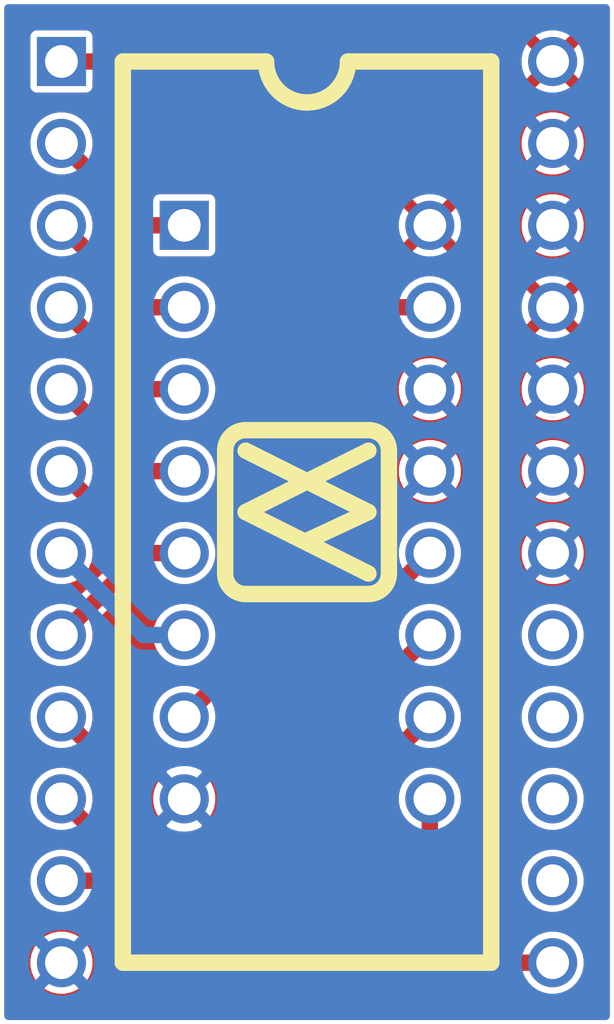
<source format=kicad_pcb>
(kicad_pcb (version 20171130) (host pcbnew "(5.1.5)-3")

  (general
    (thickness 1.6)
    (drawings 23)
    (tracks 32)
    (zones 0)
    (modules 2)
    (nets 19)
  )

  (page A4)
  (layers
    (0 F.Cu signal)
    (31 B.Cu signal)
    (32 B.Adhes user)
    (33 F.Adhes user)
    (34 B.Paste user)
    (35 F.Paste user)
    (36 B.SilkS user)
    (37 F.SilkS user)
    (38 B.Mask user)
    (39 F.Mask user)
    (40 Dwgs.User user)
    (41 Cmts.User user)
    (42 Eco1.User user)
    (43 Eco2.User user)
    (44 Edge.Cuts user)
    (45 Margin user)
    (46 B.CrtYd user)
    (47 F.CrtYd user)
    (48 B.Fab user)
    (49 F.Fab user)
  )

  (setup
    (last_trace_width 0.25)
    (user_trace_width 0.381)
    (user_trace_width 0.508)
    (trace_clearance 0.2)
    (zone_clearance 0.127)
    (zone_45_only no)
    (trace_min 0.2)
    (via_size 0.6)
    (via_drill 0.4)
    (via_min_size 0.4)
    (via_min_drill 0.3)
    (uvia_size 0.3)
    (uvia_drill 0.1)
    (uvias_allowed no)
    (uvia_min_size 0.2)
    (uvia_min_drill 0.1)
    (edge_width 0.15)
    (segment_width 0.508)
    (pcb_text_width 0.3)
    (pcb_text_size 1.5 1.5)
    (mod_edge_width 0.15)
    (mod_text_size 1 1)
    (mod_text_width 0.15)
    (pad_size 1.524 1.524)
    (pad_drill 0.762)
    (pad_to_mask_clearance 0.2)
    (aux_axis_origin 0 0)
    (grid_origin 147.955 108.585)
    (visible_elements 7FFFFFFF)
    (pcbplotparams
      (layerselection 0x010f0_ffffffff)
      (usegerberextensions false)
      (usegerberattributes false)
      (usegerberadvancedattributes false)
      (creategerberjobfile false)
      (excludeedgelayer true)
      (linewidth 0.100000)
      (plotframeref false)
      (viasonmask false)
      (mode 1)
      (useauxorigin false)
      (hpglpennumber 1)
      (hpglpenspeed 20)
      (hpglpendiameter 15.000000)
      (psnegative false)
      (psa4output false)
      (plotreference true)
      (plotvalue true)
      (plotinvisibletext false)
      (padsonsilk false)
      (subtractmaskfromsilk false)
      (outputformat 1)
      (mirror false)
      (drillshape 0)
      (scaleselection 1)
      (outputdirectory "Gerbers"))
  )

  (net 0 "")
  (net 1 A3)
  (net 2 A4)
  (net 3 A5)
  (net 4 A6)
  (net 5 A0)
  (net 6 A1)
  (net 7 A2)
  (net 8 D3)
  (net 9 D2)
  (net 10 D1)
  (net 11 D0)
  (net 12 A7)
  (net 13 5V0)
  (net 14 "Net-(J2-Pad14)")
  (net 15 "Net-(J2-Pad15)")
  (net 16 "Net-(J2-Pad16)")
  (net 17 "Net-(J2-Pad17)")
  (net 18 GND)

  (net_class Default "This is the default net class."
    (clearance 0.2)
    (trace_width 0.25)
    (via_dia 0.6)
    (via_drill 0.4)
    (uvia_dia 0.3)
    (uvia_drill 0.1)
    (add_net 5V0)
    (add_net A0)
    (add_net A1)
    (add_net A2)
    (add_net A3)
    (add_net A4)
    (add_net A5)
    (add_net A6)
    (add_net A7)
    (add_net D0)
    (add_net D1)
    (add_net D2)
    (add_net D3)
    (add_net GND)
    (add_net "Net-(J2-Pad14)")
    (add_net "Net-(J2-Pad15)")
    (add_net "Net-(J2-Pad16)")
    (add_net "Net-(J2-Pad17)")
  )

  (module Asteroids:DDIP24 (layer F.Cu) (tedit 5CF2112F) (tstamp 5CF20881)
    (at 28.575 35.56)
    (path /5CF2030E)
    (fp_text reference J2 (at 3.81 -10.795 180) (layer F.SilkS) hide
      (effects (font (size 1 1) (thickness 0.15)))
    )
    (fp_text value 2716A (at -2.54 -10.795 180) (layer F.Fab) hide
      (effects (font (size 1 1) (thickness 0.15)))
    )
    (pad 1 thru_hole rect (at -7.62 -13.97) (size 1.524 1.524) (drill 1.016) (layers *.Cu *.Mask)
      (net 12 A7))
    (pad 2 thru_hole circle (at -7.62 -11.43) (size 1.524 1.524) (drill 1.016) (layers *.Cu *.Mask)
      (net 4 A6))
    (pad 3 thru_hole circle (at -7.62 -8.89) (size 1.524 1.524) (drill 1.016) (layers *.Cu *.Mask)
      (net 3 A5))
    (pad 4 thru_hole circle (at -7.62 -6.35) (size 1.524 1.524) (drill 1.016) (layers *.Cu *.Mask)
      (net 2 A4))
    (pad 5 thru_hole circle (at -7.62 -3.81) (size 1.524 1.524) (drill 1.016) (layers *.Cu *.Mask)
      (net 1 A3))
    (pad 6 thru_hole circle (at -7.62 -1.27) (size 1.524 1.524) (drill 1.016) (layers *.Cu *.Mask)
      (net 7 A2))
    (pad 7 thru_hole circle (at -7.62 1.27) (size 1.524 1.524) (drill 1.016) (layers *.Cu *.Mask)
      (net 6 A1))
    (pad 8 thru_hole circle (at -7.62 3.81) (size 1.524 1.524) (drill 1.016) (layers *.Cu *.Mask)
      (net 5 A0))
    (pad 9 thru_hole circle (at -7.62 6.35) (size 1.524 1.524) (drill 1.016) (layers *.Cu *.Mask)
      (net 11 D0))
    (pad 10 thru_hole circle (at -7.62 8.89) (size 1.524 1.524) (drill 1.016) (layers *.Cu *.Mask)
      (net 10 D1))
    (pad 11 thru_hole circle (at -7.62 11.43) (size 1.524 1.524) (drill 1.016) (layers *.Cu *.Mask)
      (net 9 D2))
    (pad 12 thru_hole circle (at -7.62 13.97) (size 1.524 1.524) (drill 1.016) (layers *.Cu *.Mask)
      (net 18 GND))
    (pad 13 thru_hole circle (at 7.62 13.97) (size 1.524 1.524) (drill 1.016) (layers *.Cu *.Mask)
      (net 8 D3))
    (pad 14 thru_hole circle (at 7.62 11.43) (size 1.524 1.524) (drill 1.016) (layers *.Cu *.Mask)
      (net 14 "Net-(J2-Pad14)"))
    (pad 15 thru_hole circle (at 7.62 8.89) (size 1.524 1.524) (drill 1.016) (layers *.Cu *.Mask)
      (net 15 "Net-(J2-Pad15)"))
    (pad 16 thru_hole circle (at 7.62 6.35) (size 1.524 1.524) (drill 1.016) (layers *.Cu *.Mask)
      (net 16 "Net-(J2-Pad16)"))
    (pad 17 thru_hole circle (at 7.62 3.81) (size 1.524 1.524) (drill 1.016) (layers *.Cu *.Mask)
      (net 17 "Net-(J2-Pad17)"))
    (pad 18 thru_hole circle (at 7.62 1.27) (size 1.524 1.524) (drill 1.016) (layers *.Cu *.Mask)
      (net 18 GND))
    (pad 19 thru_hole circle (at 7.62 -1.27) (size 1.524 1.524) (drill 1.016) (layers *.Cu *.Mask)
      (net 18 GND))
    (pad 20 thru_hole circle (at 7.62 -3.81) (size 1.524 1.524) (drill 1.016) (layers *.Cu *.Mask)
      (net 18 GND))
    (pad 21 thru_hole circle (at 7.62 -6.35) (size 1.524 1.524) (drill 1.016) (layers *.Cu *.Mask)
      (net 13 5V0))
    (pad 22 thru_hole circle (at 7.62 -8.89) (size 1.524 1.524) (drill 1.016) (layers *.Cu *.Mask)
      (net 18 GND))
    (pad 23 thru_hole circle (at 7.62 -11.43) (size 1.524 1.524) (drill 1.016) (layers *.Cu *.Mask)
      (net 18 GND))
    (pad 24 thru_hole circle (at 7.62 -13.97) (size 1.524 1.524) (drill 1.016) (layers *.Cu *.Mask)
      (net 13 5V0))
  )

  (module Asteroids:DIP16 (layer F.Cu) (tedit 5CF21127) (tstamp 5CF20865)
    (at 28.575 35.56)
    (path /5CF1FDD5)
    (fp_text reference J1 (at 3.81 10.795 180) (layer F.SilkS) hide
      (effects (font (size 1 1) (thickness 0.15)))
    )
    (fp_text value Conn (at -2.54 10.795 180) (layer F.Fab) hide
      (effects (font (size 1 1) (thickness 0.15)))
    )
    (pad 4 thru_hole circle (at -3.81 -1.27) (size 1.524 1.524) (drill 1.016) (layers *.Cu *.Mask)
      (net 1 A3))
    (pad 3 thru_hole circle (at -3.81 -3.81) (size 1.524 1.524) (drill 1.016) (layers *.Cu *.Mask)
      (net 2 A4))
    (pad 2 thru_hole circle (at -3.81 -6.35) (size 1.524 1.524) (drill 1.016) (layers *.Cu *.Mask)
      (net 3 A5))
    (pad 1 thru_hole rect (at -3.81 -8.89) (size 1.524 1.524) (drill 1.016) (layers *.Cu *.Mask)
      (net 4 A6))
    (pad 5 thru_hole circle (at -3.81 1.27) (size 1.524 1.524) (drill 1.016) (layers *.Cu *.Mask)
      (net 5 A0))
    (pad 6 thru_hole circle (at -3.81 3.81) (size 1.524 1.524) (drill 1.016) (layers *.Cu *.Mask)
      (net 6 A1))
    (pad 7 thru_hole circle (at -3.81 6.35) (size 1.524 1.524) (drill 1.016) (layers *.Cu *.Mask)
      (net 7 A2))
    (pad 8 thru_hole circle (at -3.81 8.89) (size 1.524 1.524) (drill 1.016) (layers *.Cu *.Mask)
      (net 18 GND))
    (pad 9 thru_hole circle (at 3.81 8.89) (size 1.524 1.524) (drill 1.016) (layers *.Cu *.Mask)
      (net 8 D3))
    (pad 10 thru_hole circle (at 3.81 6.35) (size 1.524 1.524) (drill 1.016) (layers *.Cu *.Mask)
      (net 9 D2))
    (pad 11 thru_hole circle (at 3.81 3.81) (size 1.524 1.524) (drill 1.016) (layers *.Cu *.Mask)
      (net 10 D1))
    (pad 12 thru_hole circle (at 3.81 1.27) (size 1.524 1.524) (drill 1.016) (layers *.Cu *.Mask)
      (net 11 D0))
    (pad 13 thru_hole circle (at 3.81 -1.27) (size 1.524 1.524) (drill 1.016) (layers *.Cu *.Mask)
      (net 18 GND))
    (pad 14 thru_hole circle (at 3.81 -3.81) (size 1.524 1.524) (drill 1.016) (layers *.Cu *.Mask)
      (net 18 GND))
    (pad 15 thru_hole circle (at 3.81 -6.35) (size 1.524 1.524) (drill 1.016) (layers *.Cu *.Mask)
      (net 12 A7))
    (pad 16 thru_hole circle (at 3.81 -8.89) (size 1.524 1.524) (drill 1.016) (layers *.Cu *.Mask)
      (net 13 5V0))
  )

  (gr_line (start 26.035 37.465) (end 26.035 33.655) (layer F.SilkS) (width 0.508) (tstamp 5FF92121))
  (gr_line (start 30.48 38.1) (end 26.67 38.1) (layer F.SilkS) (width 0.508) (tstamp 5FF92120))
  (gr_line (start 31.115 33.655) (end 31.115 37.465) (layer F.SilkS) (width 0.508) (tstamp 5FF9211F))
  (gr_line (start 30.48 33.02) (end 26.67 33.02) (layer F.SilkS) (width 0.508) (tstamp 5FF9211E))
  (gr_line (start 30.48 35.56) (end 28.575 36.449) (layer F.SilkS) (width 0.508))
  (gr_line (start 30.48 35.56) (end 26.67 33.655) (layer F.SilkS) (width 0.508))
  (gr_line (start 26.67 35.56) (end 30.48 33.655) (layer F.SilkS) (width 0.508))
  (gr_line (start 30.48 37.465) (end 26.67 35.56) (layer F.SilkS) (width 0.508))
  (gr_arc (start 30.48 37.465) (end 30.48 38.1) (angle -90) (layer F.SilkS) (width 0.508) (tstamp 5FF91FF4))
  (gr_arc (start 26.67 37.465) (end 26.035 37.465) (angle -90) (layer F.SilkS) (width 0.508) (tstamp 5FF91FF4))
  (gr_arc (start 26.67 33.655) (end 26.67 33.02) (angle -90) (layer F.SilkS) (width 0.508) (tstamp 5FF91FF4))
  (gr_arc (start 30.48 33.655) (end 31.115 33.655) (angle -90) (layer F.SilkS) (width 0.508) (tstamp 5FF921B3))
  (gr_line (start 27.305 21.59) (end 22.86 21.59) (angle 90) (layer F.SilkS) (width 0.508))
  (gr_line (start 34.29 21.59) (end 29.845 21.59) (angle 90) (layer F.SilkS) (width 0.508))
  (gr_arc (start 28.575 21.59) (end 28.575 22.86) (angle 90) (layer F.SilkS) (width 0.508))
  (gr_arc (start 28.575 21.59) (end 29.845 21.59) (angle 90) (layer F.SilkS) (width 0.508))
  (gr_line (start 22.86 21.59) (end 22.86 49.53) (angle 90) (layer F.SilkS) (width 0.508))
  (gr_line (start 34.29 49.53) (end 34.29 21.59) (angle 90) (layer F.SilkS) (width 0.508))
  (gr_line (start 22.86 49.53) (end 34.29 49.53) (angle 90) (layer F.SilkS) (width 0.508))
  (gr_line (start 38.1 19.685) (end 19.05 19.685) (angle 90) (layer Edge.Cuts) (width 0.00254))
  (gr_line (start 38.1 51.435) (end 38.1 19.685) (angle 90) (layer Edge.Cuts) (width 0.00254))
  (gr_line (start 19.05 51.435) (end 38.1 51.435) (angle 90) (layer Edge.Cuts) (width 0.00254))
  (gr_line (start 19.05 19.685) (end 19.05 51.435) (angle 90) (layer Edge.Cuts) (width 0.00254))

  (segment (start 20.955 31.75) (end 23.495 34.29) (width 0.508) (layer F.Cu) (net 1))
  (segment (start 23.495 34.29) (end 24.765 34.29) (width 0.508) (layer F.Cu) (net 1) (tstamp 5CF20959))
  (segment (start 20.955 29.21) (end 23.495 31.75) (width 0.508) (layer F.Cu) (net 2))
  (segment (start 23.495 31.75) (end 24.765 31.75) (width 0.508) (layer F.Cu) (net 2) (tstamp 5CF20956))
  (segment (start 20.955 26.67) (end 23.495 29.21) (width 0.508) (layer F.Cu) (net 3))
  (segment (start 23.495 29.21) (end 24.765 29.21) (width 0.508) (layer F.Cu) (net 3) (tstamp 5CF20953))
  (segment (start 20.955 24.13) (end 23.495 26.67) (width 0.508) (layer F.Cu) (net 4))
  (segment (start 23.495 26.67) (end 24.765 26.67) (width 0.508) (layer F.Cu) (net 4) (tstamp 5CF2094F))
  (segment (start 20.955 39.37) (end 23.495 36.83) (width 0.508) (layer F.Cu) (net 5))
  (segment (start 23.495 36.83) (end 24.765 36.83) (width 0.508) (layer F.Cu) (net 5) (tstamp 5CF20981))
  (segment (start 20.955 36.83) (end 23.495 39.37) (width 0.508) (layer B.Cu) (net 6))
  (segment (start 23.495 39.37) (end 24.765 39.37) (width 0.508) (layer B.Cu) (net 6) (tstamp 5CF20938))
  (segment (start 20.955 34.29) (end 22.225 35.56) (width 0.508) (layer F.Cu) (net 7))
  (segment (start 26.035 40.64) (end 24.765 41.91) (width 0.508) (layer F.Cu) (net 7) (tstamp 5CF2097E))
  (segment (start 26.035 36.195) (end 26.035 40.64) (width 0.508) (layer F.Cu) (net 7) (tstamp 5CF2097D))
  (segment (start 25.4 35.56) (end 26.035 36.195) (width 0.508) (layer F.Cu) (net 7) (tstamp 5CF2097C))
  (segment (start 22.225 35.56) (end 25.4 35.56) (width 0.508) (layer F.Cu) (net 7) (tstamp 5CF2097B))
  (segment (start 36.195 49.53) (end 33.655 49.53) (width 0.508) (layer F.Cu) (net 8))
  (segment (start 32.385 48.26) (end 32.385 44.45) (width 0.508) (layer F.Cu) (net 8) (tstamp 5CF2099A))
  (segment (start 33.655 49.53) (end 32.385 48.26) (width 0.508) (layer F.Cu) (net 8) (tstamp 5CF20999))
  (segment (start 20.955 46.99) (end 27.305 46.99) (width 0.508) (layer F.Cu) (net 9))
  (segment (start 27.305 46.99) (end 32.385 41.91) (width 0.508) (layer F.Cu) (net 9) (tstamp 5CF20995))
  (segment (start 20.955 44.45) (end 22.225 45.72) (width 0.508) (layer F.Cu) (net 10))
  (segment (start 26.035 45.72) (end 32.385 39.37) (width 0.508) (layer F.Cu) (net 10) (tstamp 5CF20992))
  (segment (start 25.4 45.72) (end 26.035 45.72) (width 0.508) (layer F.Cu) (net 10) (tstamp 5CF20991))
  (segment (start 22.225 45.72) (end 25.4 45.72) (width 0.508) (layer F.Cu) (net 10) (tstamp 5CF20990))
  (segment (start 20.955 41.91) (end 22.225 43.18) (width 0.508) (layer F.Cu) (net 11))
  (segment (start 26.035 43.18) (end 32.385 36.83) (width 0.508) (layer F.Cu) (net 11) (tstamp 5CF2098D))
  (segment (start 22.225 43.18) (end 26.035 43.18) (width 0.508) (layer F.Cu) (net 11) (tstamp 5CF2098C))
  (segment (start 20.955 21.59) (end 22.86 21.59) (width 0.508) (layer F.Cu) (net 12))
  (segment (start 30.48 29.21) (end 32.385 29.21) (width 0.508) (layer F.Cu) (net 12) (tstamp 5CF2094C))
  (segment (start 22.86 21.59) (end 30.48 29.21) (width 0.508) (layer F.Cu) (net 12) (tstamp 5CF2094B))

  (zone (net 18) (net_name GND) (layer B.Cu) (tstamp 5CF20920) (hatch edge 0.508)
    (connect_pads (clearance 0.127))
    (min_thickness 0.254)
    (fill yes (arc_segments 16) (thermal_gap 0.254) (thermal_bridge_width 0.381))
    (polygon
      (pts
        (xy 38.1 51.435) (xy 19.05 51.435) (xy 19.05 19.685) (xy 38.1 19.685)
      )
    )
    (filled_polygon
      (pts
        (xy 37.84473 51.17973) (xy 19.30527 51.17973) (xy 19.30527 50.318328) (xy 20.256475 50.318328) (xy 20.332316 50.495083)
        (xy 20.53256 50.598019) (xy 20.749037 50.659911) (xy 20.973429 50.678382) (xy 21.197113 50.65272) (xy 21.411493 50.583914)
        (xy 21.577684 50.495083) (xy 21.653525 50.318328) (xy 20.955 49.619803) (xy 20.256475 50.318328) (xy 19.30527 50.318328)
        (xy 19.30527 49.548429) (xy 19.806618 49.548429) (xy 19.83228 49.772113) (xy 19.901086 49.986493) (xy 19.989917 50.152684)
        (xy 20.166672 50.228525) (xy 20.865197 49.53) (xy 21.044803 49.53) (xy 21.743328 50.228525) (xy 21.920083 50.152684)
        (xy 22.023019 49.95244) (xy 22.084911 49.735963) (xy 22.103382 49.511571) (xy 22.093192 49.422743) (xy 35.106 49.422743)
        (xy 35.106 49.637257) (xy 35.14785 49.84765) (xy 35.229941 50.045835) (xy 35.349119 50.224197) (xy 35.500803 50.375881)
        (xy 35.679165 50.495059) (xy 35.87735 50.57715) (xy 36.087743 50.619) (xy 36.302257 50.619) (xy 36.51265 50.57715)
        (xy 36.710835 50.495059) (xy 36.889197 50.375881) (xy 37.040881 50.224197) (xy 37.160059 50.045835) (xy 37.24215 49.84765)
        (xy 37.284 49.637257) (xy 37.284 49.422743) (xy 37.24215 49.21235) (xy 37.160059 49.014165) (xy 37.040881 48.835803)
        (xy 36.889197 48.684119) (xy 36.710835 48.564941) (xy 36.51265 48.48285) (xy 36.302257 48.441) (xy 36.087743 48.441)
        (xy 35.87735 48.48285) (xy 35.679165 48.564941) (xy 35.500803 48.684119) (xy 35.349119 48.835803) (xy 35.229941 49.014165)
        (xy 35.14785 49.21235) (xy 35.106 49.422743) (xy 22.093192 49.422743) (xy 22.07772 49.287887) (xy 22.008914 49.073507)
        (xy 21.920083 48.907316) (xy 21.743328 48.831475) (xy 21.044803 49.53) (xy 20.865197 49.53) (xy 20.166672 48.831475)
        (xy 19.989917 48.907316) (xy 19.886981 49.10756) (xy 19.825089 49.324037) (xy 19.806618 49.548429) (xy 19.30527 49.548429)
        (xy 19.30527 48.741672) (xy 20.256475 48.741672) (xy 20.955 49.440197) (xy 21.653525 48.741672) (xy 21.577684 48.564917)
        (xy 21.37744 48.461981) (xy 21.160963 48.400089) (xy 20.936571 48.381618) (xy 20.712887 48.40728) (xy 20.498507 48.476086)
        (xy 20.332316 48.564917) (xy 20.256475 48.741672) (xy 19.30527 48.741672) (xy 19.30527 46.882743) (xy 19.866 46.882743)
        (xy 19.866 47.097257) (xy 19.90785 47.30765) (xy 19.989941 47.505835) (xy 20.109119 47.684197) (xy 20.260803 47.835881)
        (xy 20.439165 47.955059) (xy 20.63735 48.03715) (xy 20.847743 48.079) (xy 21.062257 48.079) (xy 21.27265 48.03715)
        (xy 21.470835 47.955059) (xy 21.649197 47.835881) (xy 21.800881 47.684197) (xy 21.920059 47.505835) (xy 22.00215 47.30765)
        (xy 22.044 47.097257) (xy 22.044 46.882743) (xy 35.106 46.882743) (xy 35.106 47.097257) (xy 35.14785 47.30765)
        (xy 35.229941 47.505835) (xy 35.349119 47.684197) (xy 35.500803 47.835881) (xy 35.679165 47.955059) (xy 35.87735 48.03715)
        (xy 36.087743 48.079) (xy 36.302257 48.079) (xy 36.51265 48.03715) (xy 36.710835 47.955059) (xy 36.889197 47.835881)
        (xy 37.040881 47.684197) (xy 37.160059 47.505835) (xy 37.24215 47.30765) (xy 37.284 47.097257) (xy 37.284 46.882743)
        (xy 37.24215 46.67235) (xy 37.160059 46.474165) (xy 37.040881 46.295803) (xy 36.889197 46.144119) (xy 36.710835 46.024941)
        (xy 36.51265 45.94285) (xy 36.302257 45.901) (xy 36.087743 45.901) (xy 35.87735 45.94285) (xy 35.679165 46.024941)
        (xy 35.500803 46.144119) (xy 35.349119 46.295803) (xy 35.229941 46.474165) (xy 35.14785 46.67235) (xy 35.106 46.882743)
        (xy 22.044 46.882743) (xy 22.00215 46.67235) (xy 21.920059 46.474165) (xy 21.800881 46.295803) (xy 21.649197 46.144119)
        (xy 21.470835 46.024941) (xy 21.27265 45.94285) (xy 21.062257 45.901) (xy 20.847743 45.901) (xy 20.63735 45.94285)
        (xy 20.439165 46.024941) (xy 20.260803 46.144119) (xy 20.109119 46.295803) (xy 19.989941 46.474165) (xy 19.90785 46.67235)
        (xy 19.866 46.882743) (xy 19.30527 46.882743) (xy 19.30527 44.342743) (xy 19.866 44.342743) (xy 19.866 44.557257)
        (xy 19.90785 44.76765) (xy 19.989941 44.965835) (xy 20.109119 45.144197) (xy 20.260803 45.295881) (xy 20.439165 45.415059)
        (xy 20.63735 45.49715) (xy 20.847743 45.539) (xy 21.062257 45.539) (xy 21.27265 45.49715) (xy 21.470835 45.415059)
        (xy 21.649197 45.295881) (xy 21.70675 45.238328) (xy 24.066475 45.238328) (xy 24.142316 45.415083) (xy 24.34256 45.518019)
        (xy 24.559037 45.579911) (xy 24.783429 45.598382) (xy 25.007113 45.57272) (xy 25.221493 45.503914) (xy 25.387684 45.415083)
        (xy 25.463525 45.238328) (xy 24.765 44.539803) (xy 24.066475 45.238328) (xy 21.70675 45.238328) (xy 21.800881 45.144197)
        (xy 21.920059 44.965835) (xy 22.00215 44.76765) (xy 22.044 44.557257) (xy 22.044 44.468429) (xy 23.616618 44.468429)
        (xy 23.64228 44.692113) (xy 23.711086 44.906493) (xy 23.799917 45.072684) (xy 23.976672 45.148525) (xy 24.675197 44.45)
        (xy 24.854803 44.45) (xy 25.553328 45.148525) (xy 25.730083 45.072684) (xy 25.833019 44.87244) (xy 25.894911 44.655963)
        (xy 25.913382 44.431571) (xy 25.903192 44.342743) (xy 31.296 44.342743) (xy 31.296 44.557257) (xy 31.33785 44.76765)
        (xy 31.419941 44.965835) (xy 31.539119 45.144197) (xy 31.690803 45.295881) (xy 31.869165 45.415059) (xy 32.06735 45.49715)
        (xy 32.277743 45.539) (xy 32.492257 45.539) (xy 32.70265 45.49715) (xy 32.900835 45.415059) (xy 33.079197 45.295881)
        (xy 33.230881 45.144197) (xy 33.350059 44.965835) (xy 33.43215 44.76765) (xy 33.474 44.557257) (xy 33.474 44.342743)
        (xy 35.106 44.342743) (xy 35.106 44.557257) (xy 35.14785 44.76765) (xy 35.229941 44.965835) (xy 35.349119 45.144197)
        (xy 35.500803 45.295881) (xy 35.679165 45.415059) (xy 35.87735 45.49715) (xy 36.087743 45.539) (xy 36.302257 45.539)
        (xy 36.51265 45.49715) (xy 36.710835 45.415059) (xy 36.889197 45.295881) (xy 37.040881 45.144197) (xy 37.160059 44.965835)
        (xy 37.24215 44.76765) (xy 37.284 44.557257) (xy 37.284 44.342743) (xy 37.24215 44.13235) (xy 37.160059 43.934165)
        (xy 37.040881 43.755803) (xy 36.889197 43.604119) (xy 36.710835 43.484941) (xy 36.51265 43.40285) (xy 36.302257 43.361)
        (xy 36.087743 43.361) (xy 35.87735 43.40285) (xy 35.679165 43.484941) (xy 35.500803 43.604119) (xy 35.349119 43.755803)
        (xy 35.229941 43.934165) (xy 35.14785 44.13235) (xy 35.106 44.342743) (xy 33.474 44.342743) (xy 33.43215 44.13235)
        (xy 33.350059 43.934165) (xy 33.230881 43.755803) (xy 33.079197 43.604119) (xy 32.900835 43.484941) (xy 32.70265 43.40285)
        (xy 32.492257 43.361) (xy 32.277743 43.361) (xy 32.06735 43.40285) (xy 31.869165 43.484941) (xy 31.690803 43.604119)
        (xy 31.539119 43.755803) (xy 31.419941 43.934165) (xy 31.33785 44.13235) (xy 31.296 44.342743) (xy 25.903192 44.342743)
        (xy 25.88772 44.207887) (xy 25.818914 43.993507) (xy 25.730083 43.827316) (xy 25.553328 43.751475) (xy 24.854803 44.45)
        (xy 24.675197 44.45) (xy 23.976672 43.751475) (xy 23.799917 43.827316) (xy 23.696981 44.02756) (xy 23.635089 44.244037)
        (xy 23.616618 44.468429) (xy 22.044 44.468429) (xy 22.044 44.342743) (xy 22.00215 44.13235) (xy 21.920059 43.934165)
        (xy 21.800881 43.755803) (xy 21.70675 43.661672) (xy 24.066475 43.661672) (xy 24.765 44.360197) (xy 25.463525 43.661672)
        (xy 25.387684 43.484917) (xy 25.18744 43.381981) (xy 24.970963 43.320089) (xy 24.746571 43.301618) (xy 24.522887 43.32728)
        (xy 24.308507 43.396086) (xy 24.142316 43.484917) (xy 24.066475 43.661672) (xy 21.70675 43.661672) (xy 21.649197 43.604119)
        (xy 21.470835 43.484941) (xy 21.27265 43.40285) (xy 21.062257 43.361) (xy 20.847743 43.361) (xy 20.63735 43.40285)
        (xy 20.439165 43.484941) (xy 20.260803 43.604119) (xy 20.109119 43.755803) (xy 19.989941 43.934165) (xy 19.90785 44.13235)
        (xy 19.866 44.342743) (xy 19.30527 44.342743) (xy 19.30527 41.802743) (xy 19.866 41.802743) (xy 19.866 42.017257)
        (xy 19.90785 42.22765) (xy 19.989941 42.425835) (xy 20.109119 42.604197) (xy 20.260803 42.755881) (xy 20.439165 42.875059)
        (xy 20.63735 42.95715) (xy 20.847743 42.999) (xy 21.062257 42.999) (xy 21.27265 42.95715) (xy 21.470835 42.875059)
        (xy 21.649197 42.755881) (xy 21.800881 42.604197) (xy 21.920059 42.425835) (xy 22.00215 42.22765) (xy 22.044 42.017257)
        (xy 22.044 41.802743) (xy 23.676 41.802743) (xy 23.676 42.017257) (xy 23.71785 42.22765) (xy 23.799941 42.425835)
        (xy 23.919119 42.604197) (xy 24.070803 42.755881) (xy 24.249165 42.875059) (xy 24.44735 42.95715) (xy 24.657743 42.999)
        (xy 24.872257 42.999) (xy 25.08265 42.95715) (xy 25.280835 42.875059) (xy 25.459197 42.755881) (xy 25.610881 42.604197)
        (xy 25.730059 42.425835) (xy 25.81215 42.22765) (xy 25.854 42.017257) (xy 25.854 41.802743) (xy 31.296 41.802743)
        (xy 31.296 42.017257) (xy 31.33785 42.22765) (xy 31.419941 42.425835) (xy 31.539119 42.604197) (xy 31.690803 42.755881)
        (xy 31.869165 42.875059) (xy 32.06735 42.95715) (xy 32.277743 42.999) (xy 32.492257 42.999) (xy 32.70265 42.95715)
        (xy 32.900835 42.875059) (xy 33.079197 42.755881) (xy 33.230881 42.604197) (xy 33.350059 42.425835) (xy 33.43215 42.22765)
        (xy 33.474 42.017257) (xy 33.474 41.802743) (xy 35.106 41.802743) (xy 35.106 42.017257) (xy 35.14785 42.22765)
        (xy 35.229941 42.425835) (xy 35.349119 42.604197) (xy 35.500803 42.755881) (xy 35.679165 42.875059) (xy 35.87735 42.95715)
        (xy 36.087743 42.999) (xy 36.302257 42.999) (xy 36.51265 42.95715) (xy 36.710835 42.875059) (xy 36.889197 42.755881)
        (xy 37.040881 42.604197) (xy 37.160059 42.425835) (xy 37.24215 42.22765) (xy 37.284 42.017257) (xy 37.284 41.802743)
        (xy 37.24215 41.59235) (xy 37.160059 41.394165) (xy 37.040881 41.215803) (xy 36.889197 41.064119) (xy 36.710835 40.944941)
        (xy 36.51265 40.86285) (xy 36.302257 40.821) (xy 36.087743 40.821) (xy 35.87735 40.86285) (xy 35.679165 40.944941)
        (xy 35.500803 41.064119) (xy 35.349119 41.215803) (xy 35.229941 41.394165) (xy 35.14785 41.59235) (xy 35.106 41.802743)
        (xy 33.474 41.802743) (xy 33.43215 41.59235) (xy 33.350059 41.394165) (xy 33.230881 41.215803) (xy 33.079197 41.064119)
        (xy 32.900835 40.944941) (xy 32.70265 40.86285) (xy 32.492257 40.821) (xy 32.277743 40.821) (xy 32.06735 40.86285)
        (xy 31.869165 40.944941) (xy 31.690803 41.064119) (xy 31.539119 41.215803) (xy 31.419941 41.394165) (xy 31.33785 41.59235)
        (xy 31.296 41.802743) (xy 25.854 41.802743) (xy 25.81215 41.59235) (xy 25.730059 41.394165) (xy 25.610881 41.215803)
        (xy 25.459197 41.064119) (xy 25.280835 40.944941) (xy 25.08265 40.86285) (xy 24.872257 40.821) (xy 24.657743 40.821)
        (xy 24.44735 40.86285) (xy 24.249165 40.944941) (xy 24.070803 41.064119) (xy 23.919119 41.215803) (xy 23.799941 41.394165)
        (xy 23.71785 41.59235) (xy 23.676 41.802743) (xy 22.044 41.802743) (xy 22.00215 41.59235) (xy 21.920059 41.394165)
        (xy 21.800881 41.215803) (xy 21.649197 41.064119) (xy 21.470835 40.944941) (xy 21.27265 40.86285) (xy 21.062257 40.821)
        (xy 20.847743 40.821) (xy 20.63735 40.86285) (xy 20.439165 40.944941) (xy 20.260803 41.064119) (xy 20.109119 41.215803)
        (xy 19.989941 41.394165) (xy 19.90785 41.59235) (xy 19.866 41.802743) (xy 19.30527 41.802743) (xy 19.30527 39.262743)
        (xy 19.866 39.262743) (xy 19.866 39.477257) (xy 19.90785 39.68765) (xy 19.989941 39.885835) (xy 20.109119 40.064197)
        (xy 20.260803 40.215881) (xy 20.439165 40.335059) (xy 20.63735 40.41715) (xy 20.847743 40.459) (xy 21.062257 40.459)
        (xy 21.27265 40.41715) (xy 21.470835 40.335059) (xy 21.649197 40.215881) (xy 21.800881 40.064197) (xy 21.920059 39.885835)
        (xy 22.00215 39.68765) (xy 22.044 39.477257) (xy 22.044 39.262743) (xy 22.00215 39.05235) (xy 21.920059 38.854165)
        (xy 21.800881 38.675803) (xy 21.649197 38.524119) (xy 21.470835 38.404941) (xy 21.27265 38.32285) (xy 21.062257 38.281)
        (xy 20.847743 38.281) (xy 20.63735 38.32285) (xy 20.439165 38.404941) (xy 20.260803 38.524119) (xy 20.109119 38.675803)
        (xy 19.989941 38.854165) (xy 19.90785 39.05235) (xy 19.866 39.262743) (xy 19.30527 39.262743) (xy 19.30527 36.722743)
        (xy 19.866 36.722743) (xy 19.866 36.937257) (xy 19.90785 37.14765) (xy 19.989941 37.345835) (xy 20.109119 37.524197)
        (xy 20.260803 37.675881) (xy 20.439165 37.795059) (xy 20.63735 37.87715) (xy 20.847743 37.919) (xy 21.062257 37.919)
        (xy 21.195783 37.89244) (xy 23.063987 39.760645) (xy 23.082183 39.782817) (xy 23.170652 39.855421) (xy 23.271585 39.909371)
        (xy 23.381104 39.942593) (xy 23.46646 39.951) (xy 23.466462 39.951) (xy 23.494999 39.953811) (xy 23.523536 39.951)
        (xy 23.843483 39.951) (xy 23.919119 40.064197) (xy 24.070803 40.215881) (xy 24.249165 40.335059) (xy 24.44735 40.41715)
        (xy 24.657743 40.459) (xy 24.872257 40.459) (xy 25.08265 40.41715) (xy 25.280835 40.335059) (xy 25.459197 40.215881)
        (xy 25.610881 40.064197) (xy 25.730059 39.885835) (xy 25.81215 39.68765) (xy 25.854 39.477257) (xy 25.854 39.262743)
        (xy 31.296 39.262743) (xy 31.296 39.477257) (xy 31.33785 39.68765) (xy 31.419941 39.885835) (xy 31.539119 40.064197)
        (xy 31.690803 40.215881) (xy 31.869165 40.335059) (xy 32.06735 40.41715) (xy 32.277743 40.459) (xy 32.492257 40.459)
        (xy 32.70265 40.41715) (xy 32.900835 40.335059) (xy 33.079197 40.215881) (xy 33.230881 40.064197) (xy 33.350059 39.885835)
        (xy 33.43215 39.68765) (xy 33.474 39.477257) (xy 33.474 39.262743) (xy 35.106 39.262743) (xy 35.106 39.477257)
        (xy 35.14785 39.68765) (xy 35.229941 39.885835) (xy 35.349119 40.064197) (xy 35.500803 40.215881) (xy 35.679165 40.335059)
        (xy 35.87735 40.41715) (xy 36.087743 40.459) (xy 36.302257 40.459) (xy 36.51265 40.41715) (xy 36.710835 40.335059)
        (xy 36.889197 40.215881) (xy 37.040881 40.064197) (xy 37.160059 39.885835) (xy 37.24215 39.68765) (xy 37.284 39.477257)
        (xy 37.284 39.262743) (xy 37.24215 39.05235) (xy 37.160059 38.854165) (xy 37.040881 38.675803) (xy 36.889197 38.524119)
        (xy 36.710835 38.404941) (xy 36.51265 38.32285) (xy 36.302257 38.281) (xy 36.087743 38.281) (xy 35.87735 38.32285)
        (xy 35.679165 38.404941) (xy 35.500803 38.524119) (xy 35.349119 38.675803) (xy 35.229941 38.854165) (xy 35.14785 39.05235)
        (xy 35.106 39.262743) (xy 33.474 39.262743) (xy 33.43215 39.05235) (xy 33.350059 38.854165) (xy 33.230881 38.675803)
        (xy 33.079197 38.524119) (xy 32.900835 38.404941) (xy 32.70265 38.32285) (xy 32.492257 38.281) (xy 32.277743 38.281)
        (xy 32.06735 38.32285) (xy 31.869165 38.404941) (xy 31.690803 38.524119) (xy 31.539119 38.675803) (xy 31.419941 38.854165)
        (xy 31.33785 39.05235) (xy 31.296 39.262743) (xy 25.854 39.262743) (xy 25.81215 39.05235) (xy 25.730059 38.854165)
        (xy 25.610881 38.675803) (xy 25.459197 38.524119) (xy 25.280835 38.404941) (xy 25.08265 38.32285) (xy 24.872257 38.281)
        (xy 24.657743 38.281) (xy 24.44735 38.32285) (xy 24.249165 38.404941) (xy 24.070803 38.524119) (xy 23.919119 38.675803)
        (xy 23.843483 38.789) (xy 23.735658 38.789) (xy 22.01744 37.070783) (xy 22.044 36.937257) (xy 22.044 36.722743)
        (xy 23.676 36.722743) (xy 23.676 36.937257) (xy 23.71785 37.14765) (xy 23.799941 37.345835) (xy 23.919119 37.524197)
        (xy 24.070803 37.675881) (xy 24.249165 37.795059) (xy 24.44735 37.87715) (xy 24.657743 37.919) (xy 24.872257 37.919)
        (xy 25.08265 37.87715) (xy 25.280835 37.795059) (xy 25.459197 37.675881) (xy 25.610881 37.524197) (xy 25.730059 37.345835)
        (xy 25.81215 37.14765) (xy 25.854 36.937257) (xy 25.854 36.722743) (xy 31.296 36.722743) (xy 31.296 36.937257)
        (xy 31.33785 37.14765) (xy 31.419941 37.345835) (xy 31.539119 37.524197) (xy 31.690803 37.675881) (xy 31.869165 37.795059)
        (xy 32.06735 37.87715) (xy 32.277743 37.919) (xy 32.492257 37.919) (xy 32.70265 37.87715) (xy 32.900835 37.795059)
        (xy 33.079197 37.675881) (xy 33.13675 37.618328) (xy 35.496475 37.618328) (xy 35.572316 37.795083) (xy 35.77256 37.898019)
        (xy 35.989037 37.959911) (xy 36.213429 37.978382) (xy 36.437113 37.95272) (xy 36.651493 37.883914) (xy 36.817684 37.795083)
        (xy 36.893525 37.618328) (xy 36.195 36.919803) (xy 35.496475 37.618328) (xy 33.13675 37.618328) (xy 33.230881 37.524197)
        (xy 33.350059 37.345835) (xy 33.43215 37.14765) (xy 33.474 36.937257) (xy 33.474 36.848429) (xy 35.046618 36.848429)
        (xy 35.07228 37.072113) (xy 35.141086 37.286493) (xy 35.229917 37.452684) (xy 35.406672 37.528525) (xy 36.105197 36.83)
        (xy 36.284803 36.83) (xy 36.983328 37.528525) (xy 37.160083 37.452684) (xy 37.263019 37.25244) (xy 37.324911 37.035963)
        (xy 37.343382 36.811571) (xy 37.31772 36.587887) (xy 37.248914 36.373507) (xy 37.160083 36.207316) (xy 36.983328 36.131475)
        (xy 36.284803 36.83) (xy 36.105197 36.83) (xy 35.406672 36.131475) (xy 35.229917 36.207316) (xy 35.126981 36.40756)
        (xy 35.065089 36.624037) (xy 35.046618 36.848429) (xy 33.474 36.848429) (xy 33.474 36.722743) (xy 33.43215 36.51235)
        (xy 33.350059 36.314165) (xy 33.230881 36.135803) (xy 33.13675 36.041672) (xy 35.496475 36.041672) (xy 36.195 36.740197)
        (xy 36.893525 36.041672) (xy 36.817684 35.864917) (xy 36.61744 35.761981) (xy 36.400963 35.700089) (xy 36.176571 35.681618)
        (xy 35.952887 35.70728) (xy 35.738507 35.776086) (xy 35.572316 35.864917) (xy 35.496475 36.041672) (xy 33.13675 36.041672)
        (xy 33.079197 35.984119) (xy 32.900835 35.864941) (xy 32.70265 35.78285) (xy 32.492257 35.741) (xy 32.277743 35.741)
        (xy 32.06735 35.78285) (xy 31.869165 35.864941) (xy 31.690803 35.984119) (xy 31.539119 36.135803) (xy 31.419941 36.314165)
        (xy 31.33785 36.51235) (xy 31.296 36.722743) (xy 25.854 36.722743) (xy 25.81215 36.51235) (xy 25.730059 36.314165)
        (xy 25.610881 36.135803) (xy 25.459197 35.984119) (xy 25.280835 35.864941) (xy 25.08265 35.78285) (xy 24.872257 35.741)
        (xy 24.657743 35.741) (xy 24.44735 35.78285) (xy 24.249165 35.864941) (xy 24.070803 35.984119) (xy 23.919119 36.135803)
        (xy 23.799941 36.314165) (xy 23.71785 36.51235) (xy 23.676 36.722743) (xy 22.044 36.722743) (xy 22.00215 36.51235)
        (xy 21.920059 36.314165) (xy 21.800881 36.135803) (xy 21.649197 35.984119) (xy 21.470835 35.864941) (xy 21.27265 35.78285)
        (xy 21.062257 35.741) (xy 20.847743 35.741) (xy 20.63735 35.78285) (xy 20.439165 35.864941) (xy 20.260803 35.984119)
        (xy 20.109119 36.135803) (xy 19.989941 36.314165) (xy 19.90785 36.51235) (xy 19.866 36.722743) (xy 19.30527 36.722743)
        (xy 19.30527 34.182743) (xy 19.866 34.182743) (xy 19.866 34.397257) (xy 19.90785 34.60765) (xy 19.989941 34.805835)
        (xy 20.109119 34.984197) (xy 20.260803 35.135881) (xy 20.439165 35.255059) (xy 20.63735 35.33715) (xy 20.847743 35.379)
        (xy 21.062257 35.379) (xy 21.27265 35.33715) (xy 21.470835 35.255059) (xy 21.649197 35.135881) (xy 21.800881 34.984197)
        (xy 21.920059 34.805835) (xy 22.00215 34.60765) (xy 22.044 34.397257) (xy 22.044 34.182743) (xy 23.676 34.182743)
        (xy 23.676 34.397257) (xy 23.71785 34.60765) (xy 23.799941 34.805835) (xy 23.919119 34.984197) (xy 24.070803 35.135881)
        (xy 24.249165 35.255059) (xy 24.44735 35.33715) (xy 24.657743 35.379) (xy 24.872257 35.379) (xy 25.08265 35.33715)
        (xy 25.280835 35.255059) (xy 25.459197 35.135881) (xy 25.51675 35.078328) (xy 31.686475 35.078328) (xy 31.762316 35.255083)
        (xy 31.96256 35.358019) (xy 32.179037 35.419911) (xy 32.403429 35.438382) (xy 32.627113 35.41272) (xy 32.841493 35.343914)
        (xy 33.007684 35.255083) (xy 33.083525 35.078328) (xy 35.496475 35.078328) (xy 35.572316 35.255083) (xy 35.77256 35.358019)
        (xy 35.989037 35.419911) (xy 36.213429 35.438382) (xy 36.437113 35.41272) (xy 36.651493 35.343914) (xy 36.817684 35.255083)
        (xy 36.893525 35.078328) (xy 36.195 34.379803) (xy 35.496475 35.078328) (xy 33.083525 35.078328) (xy 32.385 34.379803)
        (xy 31.686475 35.078328) (xy 25.51675 35.078328) (xy 25.610881 34.984197) (xy 25.730059 34.805835) (xy 25.81215 34.60765)
        (xy 25.854 34.397257) (xy 25.854 34.308429) (xy 31.236618 34.308429) (xy 31.26228 34.532113) (xy 31.331086 34.746493)
        (xy 31.419917 34.912684) (xy 31.596672 34.988525) (xy 32.295197 34.29) (xy 32.474803 34.29) (xy 33.173328 34.988525)
        (xy 33.350083 34.912684) (xy 33.453019 34.71244) (xy 33.514911 34.495963) (xy 33.530348 34.308429) (xy 35.046618 34.308429)
        (xy 35.07228 34.532113) (xy 35.141086 34.746493) (xy 35.229917 34.912684) (xy 35.406672 34.988525) (xy 36.105197 34.29)
        (xy 36.284803 34.29) (xy 36.983328 34.988525) (xy 37.160083 34.912684) (xy 37.263019 34.71244) (xy 37.324911 34.495963)
        (xy 37.343382 34.271571) (xy 37.31772 34.047887) (xy 37.248914 33.833507) (xy 37.160083 33.667316) (xy 36.983328 33.591475)
        (xy 36.284803 34.29) (xy 36.105197 34.29) (xy 35.406672 33.591475) (xy 35.229917 33.667316) (xy 35.126981 33.86756)
        (xy 35.065089 34.084037) (xy 35.046618 34.308429) (xy 33.530348 34.308429) (xy 33.533382 34.271571) (xy 33.50772 34.047887)
        (xy 33.438914 33.833507) (xy 33.350083 33.667316) (xy 33.173328 33.591475) (xy 32.474803 34.29) (xy 32.295197 34.29)
        (xy 31.596672 33.591475) (xy 31.419917 33.667316) (xy 31.316981 33.86756) (xy 31.255089 34.084037) (xy 31.236618 34.308429)
        (xy 25.854 34.308429) (xy 25.854 34.182743) (xy 25.81215 33.97235) (xy 25.730059 33.774165) (xy 25.610881 33.595803)
        (xy 25.51675 33.501672) (xy 31.686475 33.501672) (xy 32.385 34.200197) (xy 33.083525 33.501672) (xy 35.496475 33.501672)
        (xy 36.195 34.200197) (xy 36.893525 33.501672) (xy 36.817684 33.324917) (xy 36.61744 33.221981) (xy 36.400963 33.160089)
        (xy 36.176571 33.141618) (xy 35.952887 33.16728) (xy 35.738507 33.236086) (xy 35.572316 33.324917) (xy 35.496475 33.501672)
        (xy 33.083525 33.501672) (xy 33.007684 33.324917) (xy 32.80744 33.221981) (xy 32.590963 33.160089) (xy 32.366571 33.141618)
        (xy 32.142887 33.16728) (xy 31.928507 33.236086) (xy 31.762316 33.324917) (xy 31.686475 33.501672) (xy 25.51675 33.501672)
        (xy 25.459197 33.444119) (xy 25.280835 33.324941) (xy 25.08265 33.24285) (xy 24.872257 33.201) (xy 24.657743 33.201)
        (xy 24.44735 33.24285) (xy 24.249165 33.324941) (xy 24.070803 33.444119) (xy 23.919119 33.595803) (xy 23.799941 33.774165)
        (xy 23.71785 33.97235) (xy 23.676 34.182743) (xy 22.044 34.182743) (xy 22.00215 33.97235) (xy 21.920059 33.774165)
        (xy 21.800881 33.595803) (xy 21.649197 33.444119) (xy 21.470835 33.324941) (xy 21.27265 33.24285) (xy 21.062257 33.201)
        (xy 20.847743 33.201) (xy 20.63735 33.24285) (xy 20.439165 33.324941) (xy 20.260803 33.444119) (xy 20.109119 33.595803)
        (xy 19.989941 33.774165) (xy 19.90785 33.97235) (xy 19.866 34.182743) (xy 19.30527 34.182743) (xy 19.30527 31.642743)
        (xy 19.866 31.642743) (xy 19.866 31.857257) (xy 19.90785 32.06765) (xy 19.989941 32.265835) (xy 20.109119 32.444197)
        (xy 20.260803 32.595881) (xy 20.439165 32.715059) (xy 20.63735 32.79715) (xy 20.847743 32.839) (xy 21.062257 32.839)
        (xy 21.27265 32.79715) (xy 21.470835 32.715059) (xy 21.649197 32.595881) (xy 21.800881 32.444197) (xy 21.920059 32.265835)
        (xy 22.00215 32.06765) (xy 22.044 31.857257) (xy 22.044 31.642743) (xy 23.676 31.642743) (xy 23.676 31.857257)
        (xy 23.71785 32.06765) (xy 23.799941 32.265835) (xy 23.919119 32.444197) (xy 24.070803 32.595881) (xy 24.249165 32.715059)
        (xy 24.44735 32.79715) (xy 24.657743 32.839) (xy 24.872257 32.839) (xy 25.08265 32.79715) (xy 25.280835 32.715059)
        (xy 25.459197 32.595881) (xy 25.51675 32.538328) (xy 31.686475 32.538328) (xy 31.762316 32.715083) (xy 31.96256 32.818019)
        (xy 32.179037 32.879911) (xy 32.403429 32.898382) (xy 32.627113 32.87272) (xy 32.841493 32.803914) (xy 33.007684 32.715083)
        (xy 33.083525 32.538328) (xy 35.496475 32.538328) (xy 35.572316 32.715083) (xy 35.77256 32.818019) (xy 35.989037 32.879911)
        (xy 36.213429 32.898382) (xy 36.437113 32.87272) (xy 36.651493 32.803914) (xy 36.817684 32.715083) (xy 36.893525 32.538328)
        (xy 36.195 31.839803) (xy 35.496475 32.538328) (xy 33.083525 32.538328) (xy 32.385 31.839803) (xy 31.686475 32.538328)
        (xy 25.51675 32.538328) (xy 25.610881 32.444197) (xy 25.730059 32.265835) (xy 25.81215 32.06765) (xy 25.854 31.857257)
        (xy 25.854 31.768429) (xy 31.236618 31.768429) (xy 31.26228 31.992113) (xy 31.331086 32.206493) (xy 31.419917 32.372684)
        (xy 31.596672 32.448525) (xy 32.295197 31.75) (xy 32.474803 31.75) (xy 33.173328 32.448525) (xy 33.350083 32.372684)
        (xy 33.453019 32.17244) (xy 33.514911 31.955963) (xy 33.530348 31.768429) (xy 35.046618 31.768429) (xy 35.07228 31.992113)
        (xy 35.141086 32.206493) (xy 35.229917 32.372684) (xy 35.406672 32.448525) (xy 36.105197 31.75) (xy 36.284803 31.75)
        (xy 36.983328 32.448525) (xy 37.160083 32.372684) (xy 37.263019 32.17244) (xy 37.324911 31.955963) (xy 37.343382 31.731571)
        (xy 37.31772 31.507887) (xy 37.248914 31.293507) (xy 37.160083 31.127316) (xy 36.983328 31.051475) (xy 36.284803 31.75)
        (xy 36.105197 31.75) (xy 35.406672 31.051475) (xy 35.229917 31.127316) (xy 35.126981 31.32756) (xy 35.065089 31.544037)
        (xy 35.046618 31.768429) (xy 33.530348 31.768429) (xy 33.533382 31.731571) (xy 33.50772 31.507887) (xy 33.438914 31.293507)
        (xy 33.350083 31.127316) (xy 33.173328 31.051475) (xy 32.474803 31.75) (xy 32.295197 31.75) (xy 31.596672 31.051475)
        (xy 31.419917 31.127316) (xy 31.316981 31.32756) (xy 31.255089 31.544037) (xy 31.236618 31.768429) (xy 25.854 31.768429)
        (xy 25.854 31.642743) (xy 25.81215 31.43235) (xy 25.730059 31.234165) (xy 25.610881 31.055803) (xy 25.51675 30.961672)
        (xy 31.686475 30.961672) (xy 32.385 31.660197) (xy 33.083525 30.961672) (xy 35.496475 30.961672) (xy 36.195 31.660197)
        (xy 36.893525 30.961672) (xy 36.817684 30.784917) (xy 36.61744 30.681981) (xy 36.400963 30.620089) (xy 36.176571 30.601618)
        (xy 35.952887 30.62728) (xy 35.738507 30.696086) (xy 35.572316 30.784917) (xy 35.496475 30.961672) (xy 33.083525 30.961672)
        (xy 33.007684 30.784917) (xy 32.80744 30.681981) (xy 32.590963 30.620089) (xy 32.366571 30.601618) (xy 32.142887 30.62728)
        (xy 31.928507 30.696086) (xy 31.762316 30.784917) (xy 31.686475 30.961672) (xy 25.51675 30.961672) (xy 25.459197 30.904119)
        (xy 25.280835 30.784941) (xy 25.08265 30.70285) (xy 24.872257 30.661) (xy 24.657743 30.661) (xy 24.44735 30.70285)
        (xy 24.249165 30.784941) (xy 24.070803 30.904119) (xy 23.919119 31.055803) (xy 23.799941 31.234165) (xy 23.71785 31.43235)
        (xy 23.676 31.642743) (xy 22.044 31.642743) (xy 22.00215 31.43235) (xy 21.920059 31.234165) (xy 21.800881 31.055803)
        (xy 21.649197 30.904119) (xy 21.470835 30.784941) (xy 21.27265 30.70285) (xy 21.062257 30.661) (xy 20.847743 30.661)
        (xy 20.63735 30.70285) (xy 20.439165 30.784941) (xy 20.260803 30.904119) (xy 20.109119 31.055803) (xy 19.989941 31.234165)
        (xy 19.90785 31.43235) (xy 19.866 31.642743) (xy 19.30527 31.642743) (xy 19.30527 29.102743) (xy 19.866 29.102743)
        (xy 19.866 29.317257) (xy 19.90785 29.52765) (xy 19.989941 29.725835) (xy 20.109119 29.904197) (xy 20.260803 30.055881)
        (xy 20.439165 30.175059) (xy 20.63735 30.25715) (xy 20.847743 30.299) (xy 21.062257 30.299) (xy 21.27265 30.25715)
        (xy 21.470835 30.175059) (xy 21.649197 30.055881) (xy 21.800881 29.904197) (xy 21.920059 29.725835) (xy 22.00215 29.52765)
        (xy 22.044 29.317257) (xy 22.044 29.102743) (xy 23.676 29.102743) (xy 23.676 29.317257) (xy 23.71785 29.52765)
        (xy 23.799941 29.725835) (xy 23.919119 29.904197) (xy 24.070803 30.055881) (xy 24.249165 30.175059) (xy 24.44735 30.25715)
        (xy 24.657743 30.299) (xy 24.872257 30.299) (xy 25.08265 30.25715) (xy 25.280835 30.175059) (xy 25.459197 30.055881)
        (xy 25.610881 29.904197) (xy 25.730059 29.725835) (xy 25.81215 29.52765) (xy 25.854 29.317257) (xy 25.854 29.102743)
        (xy 31.296 29.102743) (xy 31.296 29.317257) (xy 31.33785 29.52765) (xy 31.419941 29.725835) (xy 31.539119 29.904197)
        (xy 31.690803 30.055881) (xy 31.869165 30.175059) (xy 32.06735 30.25715) (xy 32.277743 30.299) (xy 32.492257 30.299)
        (xy 32.70265 30.25715) (xy 32.900835 30.175059) (xy 33.079197 30.055881) (xy 33.230881 29.904197) (xy 33.350059 29.725835)
        (xy 33.43215 29.52765) (xy 33.474 29.317257) (xy 33.474 29.102743) (xy 35.106 29.102743) (xy 35.106 29.317257)
        (xy 35.14785 29.52765) (xy 35.229941 29.725835) (xy 35.349119 29.904197) (xy 35.500803 30.055881) (xy 35.679165 30.175059)
        (xy 35.87735 30.25715) (xy 36.087743 30.299) (xy 36.302257 30.299) (xy 36.51265 30.25715) (xy 36.710835 30.175059)
        (xy 36.889197 30.055881) (xy 37.040881 29.904197) (xy 37.160059 29.725835) (xy 37.24215 29.52765) (xy 37.284 29.317257)
        (xy 37.284 29.102743) (xy 37.24215 28.89235) (xy 37.160059 28.694165) (xy 37.040881 28.515803) (xy 36.889197 28.364119)
        (xy 36.710835 28.244941) (xy 36.51265 28.16285) (xy 36.302257 28.121) (xy 36.087743 28.121) (xy 35.87735 28.16285)
        (xy 35.679165 28.244941) (xy 35.500803 28.364119) (xy 35.349119 28.515803) (xy 35.229941 28.694165) (xy 35.14785 28.89235)
        (xy 35.106 29.102743) (xy 33.474 29.102743) (xy 33.43215 28.89235) (xy 33.350059 28.694165) (xy 33.230881 28.515803)
        (xy 33.079197 28.364119) (xy 32.900835 28.244941) (xy 32.70265 28.16285) (xy 32.492257 28.121) (xy 32.277743 28.121)
        (xy 32.06735 28.16285) (xy 31.869165 28.244941) (xy 31.690803 28.364119) (xy 31.539119 28.515803) (xy 31.419941 28.694165)
        (xy 31.33785 28.89235) (xy 31.296 29.102743) (xy 25.854 29.102743) (xy 25.81215 28.89235) (xy 25.730059 28.694165)
        (xy 25.610881 28.515803) (xy 25.459197 28.364119) (xy 25.280835 28.244941) (xy 25.08265 28.16285) (xy 24.872257 28.121)
        (xy 24.657743 28.121) (xy 24.44735 28.16285) (xy 24.249165 28.244941) (xy 24.070803 28.364119) (xy 23.919119 28.515803)
        (xy 23.799941 28.694165) (xy 23.71785 28.89235) (xy 23.676 29.102743) (xy 22.044 29.102743) (xy 22.00215 28.89235)
        (xy 21.920059 28.694165) (xy 21.800881 28.515803) (xy 21.649197 28.364119) (xy 21.470835 28.244941) (xy 21.27265 28.16285)
        (xy 21.062257 28.121) (xy 20.847743 28.121) (xy 20.63735 28.16285) (xy 20.439165 28.244941) (xy 20.260803 28.364119)
        (xy 20.109119 28.515803) (xy 19.989941 28.694165) (xy 19.90785 28.89235) (xy 19.866 29.102743) (xy 19.30527 29.102743)
        (xy 19.30527 26.562743) (xy 19.866 26.562743) (xy 19.866 26.777257) (xy 19.90785 26.98765) (xy 19.989941 27.185835)
        (xy 20.109119 27.364197) (xy 20.260803 27.515881) (xy 20.439165 27.635059) (xy 20.63735 27.71715) (xy 20.847743 27.759)
        (xy 21.062257 27.759) (xy 21.27265 27.71715) (xy 21.470835 27.635059) (xy 21.649197 27.515881) (xy 21.800881 27.364197)
        (xy 21.920059 27.185835) (xy 22.00215 26.98765) (xy 22.044 26.777257) (xy 22.044 26.562743) (xy 22.00215 26.35235)
        (xy 21.920059 26.154165) (xy 21.800881 25.975803) (xy 21.733078 25.908) (xy 23.674418 25.908) (xy 23.674418 27.432)
        (xy 23.680732 27.496103) (xy 23.69943 27.557743) (xy 23.729794 27.61455) (xy 23.770657 27.664343) (xy 23.82045 27.705206)
        (xy 23.877257 27.73557) (xy 23.938897 27.754268) (xy 24.003 27.760582) (xy 25.527 27.760582) (xy 25.591103 27.754268)
        (xy 25.652743 27.73557) (xy 25.70955 27.705206) (xy 25.759343 27.664343) (xy 25.800206 27.61455) (xy 25.83057 27.557743)
        (xy 25.849268 27.496103) (xy 25.855582 27.432) (xy 25.855582 26.562743) (xy 31.296 26.562743) (xy 31.296 26.777257)
        (xy 31.33785 26.98765) (xy 31.419941 27.185835) (xy 31.539119 27.364197) (xy 31.690803 27.515881) (xy 31.869165 27.635059)
        (xy 32.06735 27.71715) (xy 32.277743 27.759) (xy 32.492257 27.759) (xy 32.70265 27.71715) (xy 32.900835 27.635059)
        (xy 33.079197 27.515881) (xy 33.13675 27.458328) (xy 35.496475 27.458328) (xy 35.572316 27.635083) (xy 35.77256 27.738019)
        (xy 35.989037 27.799911) (xy 36.213429 27.818382) (xy 36.437113 27.79272) (xy 36.651493 27.723914) (xy 36.817684 27.635083)
        (xy 36.893525 27.458328) (xy 36.195 26.759803) (xy 35.496475 27.458328) (xy 33.13675 27.458328) (xy 33.230881 27.364197)
        (xy 33.350059 27.185835) (xy 33.43215 26.98765) (xy 33.474 26.777257) (xy 33.474 26.688429) (xy 35.046618 26.688429)
        (xy 35.07228 26.912113) (xy 35.141086 27.126493) (xy 35.229917 27.292684) (xy 35.406672 27.368525) (xy 36.105197 26.67)
        (xy 36.284803 26.67) (xy 36.983328 27.368525) (xy 37.160083 27.292684) (xy 37.263019 27.09244) (xy 37.324911 26.875963)
        (xy 37.343382 26.651571) (xy 37.31772 26.427887) (xy 37.248914 26.213507) (xy 37.160083 26.047316) (xy 36.983328 25.971475)
        (xy 36.284803 26.67) (xy 36.105197 26.67) (xy 35.406672 25.971475) (xy 35.229917 26.047316) (xy 35.126981 26.24756)
        (xy 35.065089 26.464037) (xy 35.046618 26.688429) (xy 33.474 26.688429) (xy 33.474 26.562743) (xy 33.43215 26.35235)
        (xy 33.350059 26.154165) (xy 33.230881 25.975803) (xy 33.13675 25.881672) (xy 35.496475 25.881672) (xy 36.195 26.580197)
        (xy 36.893525 25.881672) (xy 36.817684 25.704917) (xy 36.61744 25.601981) (xy 36.400963 25.540089) (xy 36.176571 25.521618)
        (xy 35.952887 25.54728) (xy 35.738507 25.616086) (xy 35.572316 25.704917) (xy 35.496475 25.881672) (xy 33.13675 25.881672)
        (xy 33.079197 25.824119) (xy 32.900835 25.704941) (xy 32.70265 25.62285) (xy 32.492257 25.581) (xy 32.277743 25.581)
        (xy 32.06735 25.62285) (xy 31.869165 25.704941) (xy 31.690803 25.824119) (xy 31.539119 25.975803) (xy 31.419941 26.154165)
        (xy 31.33785 26.35235) (xy 31.296 26.562743) (xy 25.855582 26.562743) (xy 25.855582 25.908) (xy 25.849268 25.843897)
        (xy 25.83057 25.782257) (xy 25.800206 25.72545) (xy 25.759343 25.675657) (xy 25.70955 25.634794) (xy 25.652743 25.60443)
        (xy 25.591103 25.585732) (xy 25.527 25.579418) (xy 24.003 25.579418) (xy 23.938897 25.585732) (xy 23.877257 25.60443)
        (xy 23.82045 25.634794) (xy 23.770657 25.675657) (xy 23.729794 25.72545) (xy 23.69943 25.782257) (xy 23.680732 25.843897)
        (xy 23.674418 25.908) (xy 21.733078 25.908) (xy 21.649197 25.824119) (xy 21.470835 25.704941) (xy 21.27265 25.62285)
        (xy 21.062257 25.581) (xy 20.847743 25.581) (xy 20.63735 25.62285) (xy 20.439165 25.704941) (xy 20.260803 25.824119)
        (xy 20.109119 25.975803) (xy 19.989941 26.154165) (xy 19.90785 26.35235) (xy 19.866 26.562743) (xy 19.30527 26.562743)
        (xy 19.30527 24.022743) (xy 19.866 24.022743) (xy 19.866 24.237257) (xy 19.90785 24.44765) (xy 19.989941 24.645835)
        (xy 20.109119 24.824197) (xy 20.260803 24.975881) (xy 20.439165 25.095059) (xy 20.63735 25.17715) (xy 20.847743 25.219)
        (xy 21.062257 25.219) (xy 21.27265 25.17715) (xy 21.470835 25.095059) (xy 21.649197 24.975881) (xy 21.70675 24.918328)
        (xy 35.496475 24.918328) (xy 35.572316 25.095083) (xy 35.77256 25.198019) (xy 35.989037 25.259911) (xy 36.213429 25.278382)
        (xy 36.437113 25.25272) (xy 36.651493 25.183914) (xy 36.817684 25.095083) (xy 36.893525 24.918328) (xy 36.195 24.219803)
        (xy 35.496475 24.918328) (xy 21.70675 24.918328) (xy 21.800881 24.824197) (xy 21.920059 24.645835) (xy 22.00215 24.44765)
        (xy 22.044 24.237257) (xy 22.044 24.148429) (xy 35.046618 24.148429) (xy 35.07228 24.372113) (xy 35.141086 24.586493)
        (xy 35.229917 24.752684) (xy 35.406672 24.828525) (xy 36.105197 24.13) (xy 36.284803 24.13) (xy 36.983328 24.828525)
        (xy 37.160083 24.752684) (xy 37.263019 24.55244) (xy 37.324911 24.335963) (xy 37.343382 24.111571) (xy 37.31772 23.887887)
        (xy 37.248914 23.673507) (xy 37.160083 23.507316) (xy 36.983328 23.431475) (xy 36.284803 24.13) (xy 36.105197 24.13)
        (xy 35.406672 23.431475) (xy 35.229917 23.507316) (xy 35.126981 23.70756) (xy 35.065089 23.924037) (xy 35.046618 24.148429)
        (xy 22.044 24.148429) (xy 22.044 24.022743) (xy 22.00215 23.81235) (xy 21.920059 23.614165) (xy 21.800881 23.435803)
        (xy 21.70675 23.341672) (xy 35.496475 23.341672) (xy 36.195 24.040197) (xy 36.893525 23.341672) (xy 36.817684 23.164917)
        (xy 36.61744 23.061981) (xy 36.400963 23.000089) (xy 36.176571 22.981618) (xy 35.952887 23.00728) (xy 35.738507 23.076086)
        (xy 35.572316 23.164917) (xy 35.496475 23.341672) (xy 21.70675 23.341672) (xy 21.649197 23.284119) (xy 21.470835 23.164941)
        (xy 21.27265 23.08285) (xy 21.062257 23.041) (xy 20.847743 23.041) (xy 20.63735 23.08285) (xy 20.439165 23.164941)
        (xy 20.260803 23.284119) (xy 20.109119 23.435803) (xy 19.989941 23.614165) (xy 19.90785 23.81235) (xy 19.866 24.022743)
        (xy 19.30527 24.022743) (xy 19.30527 20.828) (xy 19.864418 20.828) (xy 19.864418 22.352) (xy 19.870732 22.416103)
        (xy 19.88943 22.477743) (xy 19.919794 22.53455) (xy 19.960657 22.584343) (xy 20.01045 22.625206) (xy 20.067257 22.65557)
        (xy 20.128897 22.674268) (xy 20.193 22.680582) (xy 21.717 22.680582) (xy 21.781103 22.674268) (xy 21.842743 22.65557)
        (xy 21.89955 22.625206) (xy 21.949343 22.584343) (xy 21.990206 22.53455) (xy 22.02057 22.477743) (xy 22.039268 22.416103)
        (xy 22.045582 22.352) (xy 22.045582 21.482743) (xy 35.106 21.482743) (xy 35.106 21.697257) (xy 35.14785 21.90765)
        (xy 35.229941 22.105835) (xy 35.349119 22.284197) (xy 35.500803 22.435881) (xy 35.679165 22.555059) (xy 35.87735 22.63715)
        (xy 36.087743 22.679) (xy 36.302257 22.679) (xy 36.51265 22.63715) (xy 36.710835 22.555059) (xy 36.889197 22.435881)
        (xy 37.040881 22.284197) (xy 37.160059 22.105835) (xy 37.24215 21.90765) (xy 37.284 21.697257) (xy 37.284 21.482743)
        (xy 37.24215 21.27235) (xy 37.160059 21.074165) (xy 37.040881 20.895803) (xy 36.889197 20.744119) (xy 36.710835 20.624941)
        (xy 36.51265 20.54285) (xy 36.302257 20.501) (xy 36.087743 20.501) (xy 35.87735 20.54285) (xy 35.679165 20.624941)
        (xy 35.500803 20.744119) (xy 35.349119 20.895803) (xy 35.229941 21.074165) (xy 35.14785 21.27235) (xy 35.106 21.482743)
        (xy 22.045582 21.482743) (xy 22.045582 20.828) (xy 22.039268 20.763897) (xy 22.02057 20.702257) (xy 21.990206 20.64545)
        (xy 21.949343 20.595657) (xy 21.89955 20.554794) (xy 21.842743 20.52443) (xy 21.781103 20.505732) (xy 21.717 20.499418)
        (xy 20.193 20.499418) (xy 20.128897 20.505732) (xy 20.067257 20.52443) (xy 20.01045 20.554794) (xy 19.960657 20.595657)
        (xy 19.919794 20.64545) (xy 19.88943 20.702257) (xy 19.870732 20.763897) (xy 19.864418 20.828) (xy 19.30527 20.828)
        (xy 19.30527 19.94027) (xy 37.844731 19.94027)
      )
    )
  )
  (zone (net 13) (net_name 5V0) (layer F.Cu) (tstamp 5CF209A0) (hatch edge 0.508)
    (connect_pads (clearance 0.127))
    (min_thickness 0.254)
    (fill yes (arc_segments 16) (thermal_gap 0.254) (thermal_bridge_width 0.381))
    (polygon
      (pts
        (xy 19.05 19.685) (xy 38.1 19.685) (xy 38.1 51.435) (xy 19.05 51.435)
      )
    )
    (filled_polygon
      (pts
        (xy 37.84473 51.17973) (xy 19.30527 51.17973) (xy 19.30527 49.422743) (xy 19.866 49.422743) (xy 19.866 49.637257)
        (xy 19.90785 49.84765) (xy 19.989941 50.045835) (xy 20.109119 50.224197) (xy 20.260803 50.375881) (xy 20.439165 50.495059)
        (xy 20.63735 50.57715) (xy 20.847743 50.619) (xy 21.062257 50.619) (xy 21.27265 50.57715) (xy 21.470835 50.495059)
        (xy 21.649197 50.375881) (xy 21.800881 50.224197) (xy 21.920059 50.045835) (xy 22.00215 49.84765) (xy 22.044 49.637257)
        (xy 22.044 49.422743) (xy 22.00215 49.21235) (xy 21.920059 49.014165) (xy 21.800881 48.835803) (xy 21.649197 48.684119)
        (xy 21.470835 48.564941) (xy 21.27265 48.48285) (xy 21.062257 48.441) (xy 20.847743 48.441) (xy 20.63735 48.48285)
        (xy 20.439165 48.564941) (xy 20.260803 48.684119) (xy 20.109119 48.835803) (xy 19.989941 49.014165) (xy 19.90785 49.21235)
        (xy 19.866 49.422743) (xy 19.30527 49.422743) (xy 19.30527 46.882743) (xy 19.866 46.882743) (xy 19.866 47.097257)
        (xy 19.90785 47.30765) (xy 19.989941 47.505835) (xy 20.109119 47.684197) (xy 20.260803 47.835881) (xy 20.439165 47.955059)
        (xy 20.63735 48.03715) (xy 20.847743 48.079) (xy 21.062257 48.079) (xy 21.27265 48.03715) (xy 21.470835 47.955059)
        (xy 21.649197 47.835881) (xy 21.800881 47.684197) (xy 21.876517 47.571) (xy 27.27646 47.571) (xy 27.305 47.573811)
        (xy 27.33354 47.571) (xy 27.418896 47.562593) (xy 27.528415 47.529371) (xy 27.629348 47.475421) (xy 27.717817 47.402817)
        (xy 27.736017 47.38064) (xy 30.773914 44.342743) (xy 31.296 44.342743) (xy 31.296 44.557257) (xy 31.33785 44.76765)
        (xy 31.419941 44.965835) (xy 31.539119 45.144197) (xy 31.690803 45.295881) (xy 31.804001 45.371518) (xy 31.804 48.23146)
        (xy 31.801189 48.26) (xy 31.804 48.288539) (xy 31.812407 48.373895) (xy 31.845629 48.483414) (xy 31.899579 48.584347)
        (xy 31.972183 48.672817) (xy 31.99436 48.691017) (xy 33.223987 49.920645) (xy 33.242183 49.942817) (xy 33.330652 50.015421)
        (xy 33.431585 50.069371) (xy 33.541104 50.102593) (xy 33.62646 50.111) (xy 33.626462 50.111) (xy 33.654999 50.113811)
        (xy 33.683536 50.111) (xy 35.273483 50.111) (xy 35.349119 50.224197) (xy 35.500803 50.375881) (xy 35.679165 50.495059)
        (xy 35.87735 50.57715) (xy 36.087743 50.619) (xy 36.302257 50.619) (xy 36.51265 50.57715) (xy 36.710835 50.495059)
        (xy 36.889197 50.375881) (xy 37.040881 50.224197) (xy 37.160059 50.045835) (xy 37.24215 49.84765) (xy 37.284 49.637257)
        (xy 37.284 49.422743) (xy 37.24215 49.21235) (xy 37.160059 49.014165) (xy 37.040881 48.835803) (xy 36.889197 48.684119)
        (xy 36.710835 48.564941) (xy 36.51265 48.48285) (xy 36.302257 48.441) (xy 36.087743 48.441) (xy 35.87735 48.48285)
        (xy 35.679165 48.564941) (xy 35.500803 48.684119) (xy 35.349119 48.835803) (xy 35.273483 48.949) (xy 33.895658 48.949)
        (xy 32.966 48.019343) (xy 32.966 46.882743) (xy 35.106 46.882743) (xy 35.106 47.097257) (xy 35.14785 47.30765)
        (xy 35.229941 47.505835) (xy 35.349119 47.684197) (xy 35.500803 47.835881) (xy 35.679165 47.955059) (xy 35.87735 48.03715)
        (xy 36.087743 48.079) (xy 36.302257 48.079) (xy 36.51265 48.03715) (xy 36.710835 47.955059) (xy 36.889197 47.835881)
        (xy 37.040881 47.684197) (xy 37.160059 47.505835) (xy 37.24215 47.30765) (xy 37.284 47.097257) (xy 37.284 46.882743)
        (xy 37.24215 46.67235) (xy 37.160059 46.474165) (xy 37.040881 46.295803) (xy 36.889197 46.144119) (xy 36.710835 46.024941)
        (xy 36.51265 45.94285) (xy 36.302257 45.901) (xy 36.087743 45.901) (xy 35.87735 45.94285) (xy 35.679165 46.024941)
        (xy 35.500803 46.144119) (xy 35.349119 46.295803) (xy 35.229941 46.474165) (xy 35.14785 46.67235) (xy 35.106 46.882743)
        (xy 32.966 46.882743) (xy 32.966 45.371517) (xy 33.079197 45.295881) (xy 33.230881 45.144197) (xy 33.350059 44.965835)
        (xy 33.43215 44.76765) (xy 33.474 44.557257) (xy 33.474 44.342743) (xy 35.106 44.342743) (xy 35.106 44.557257)
        (xy 35.14785 44.76765) (xy 35.229941 44.965835) (xy 35.349119 45.144197) (xy 35.500803 45.295881) (xy 35.679165 45.415059)
        (xy 35.87735 45.49715) (xy 36.087743 45.539) (xy 36.302257 45.539) (xy 36.51265 45.49715) (xy 36.710835 45.415059)
        (xy 36.889197 45.295881) (xy 37.040881 45.144197) (xy 37.160059 44.965835) (xy 37.24215 44.76765) (xy 37.284 44.557257)
        (xy 37.284 44.342743) (xy 37.24215 44.13235) (xy 37.160059 43.934165) (xy 37.040881 43.755803) (xy 36.889197 43.604119)
        (xy 36.710835 43.484941) (xy 36.51265 43.40285) (xy 36.302257 43.361) (xy 36.087743 43.361) (xy 35.87735 43.40285)
        (xy 35.679165 43.484941) (xy 35.500803 43.604119) (xy 35.349119 43.755803) (xy 35.229941 43.934165) (xy 35.14785 44.13235)
        (xy 35.106 44.342743) (xy 33.474 44.342743) (xy 33.43215 44.13235) (xy 33.350059 43.934165) (xy 33.230881 43.755803)
        (xy 33.079197 43.604119) (xy 32.900835 43.484941) (xy 32.70265 43.40285) (xy 32.492257 43.361) (xy 32.277743 43.361)
        (xy 32.06735 43.40285) (xy 31.869165 43.484941) (xy 31.690803 43.604119) (xy 31.539119 43.755803) (xy 31.419941 43.934165)
        (xy 31.33785 44.13235) (xy 31.296 44.342743) (xy 30.773914 44.342743) (xy 32.144218 42.97244) (xy 32.277743 42.999)
        (xy 32.492257 42.999) (xy 32.70265 42.95715) (xy 32.900835 42.875059) (xy 33.079197 42.755881) (xy 33.230881 42.604197)
        (xy 33.350059 42.425835) (xy 33.43215 42.22765) (xy 33.474 42.017257) (xy 33.474 41.802743) (xy 35.106 41.802743)
        (xy 35.106 42.017257) (xy 35.14785 42.22765) (xy 35.229941 42.425835) (xy 35.349119 42.604197) (xy 35.500803 42.755881)
        (xy 35.679165 42.875059) (xy 35.87735 42.95715) (xy 36.087743 42.999) (xy 36.302257 42.999) (xy 36.51265 42.95715)
        (xy 36.710835 42.875059) (xy 36.889197 42.755881) (xy 37.040881 42.604197) (xy 37.160059 42.425835) (xy 37.24215 42.22765)
        (xy 37.284 42.017257) (xy 37.284 41.802743) (xy 37.24215 41.59235) (xy 37.160059 41.394165) (xy 37.040881 41.215803)
        (xy 36.889197 41.064119) (xy 36.710835 40.944941) (xy 36.51265 40.86285) (xy 36.302257 40.821) (xy 36.087743 40.821)
        (xy 35.87735 40.86285) (xy 35.679165 40.944941) (xy 35.500803 41.064119) (xy 35.349119 41.215803) (xy 35.229941 41.394165)
        (xy 35.14785 41.59235) (xy 35.106 41.802743) (xy 33.474 41.802743) (xy 33.43215 41.59235) (xy 33.350059 41.394165)
        (xy 33.230881 41.215803) (xy 33.079197 41.064119) (xy 32.900835 40.944941) (xy 32.70265 40.86285) (xy 32.492257 40.821)
        (xy 32.277743 40.821) (xy 32.06735 40.86285) (xy 31.869165 40.944941) (xy 31.690803 41.064119) (xy 31.539119 41.215803)
        (xy 31.419941 41.394165) (xy 31.33785 41.59235) (xy 31.296 41.802743) (xy 31.296 42.017257) (xy 31.32256 42.150782)
        (xy 27.064343 46.409) (xy 21.876517 46.409) (xy 21.800881 46.295803) (xy 21.649197 46.144119) (xy 21.470835 46.024941)
        (xy 21.27265 45.94285) (xy 21.062257 45.901) (xy 20.847743 45.901) (xy 20.63735 45.94285) (xy 20.439165 46.024941)
        (xy 20.260803 46.144119) (xy 20.109119 46.295803) (xy 19.989941 46.474165) (xy 19.90785 46.67235) (xy 19.866 46.882743)
        (xy 19.30527 46.882743) (xy 19.30527 36.722743) (xy 19.866 36.722743) (xy 19.866 36.937257) (xy 19.90785 37.14765)
        (xy 19.989941 37.345835) (xy 20.109119 37.524197) (xy 20.260803 37.675881) (xy 20.439165 37.795059) (xy 20.63735 37.87715)
        (xy 20.847743 37.919) (xy 21.062257 37.919) (xy 21.27265 37.87715) (xy 21.470835 37.795059) (xy 21.649197 37.675881)
        (xy 21.800881 37.524197) (xy 21.920059 37.345835) (xy 22.00215 37.14765) (xy 22.044 36.937257) (xy 22.044 36.722743)
        (xy 22.00215 36.51235) (xy 21.920059 36.314165) (xy 21.800881 36.135803) (xy 21.649197 35.984119) (xy 21.470835 35.864941)
        (xy 21.27265 35.78285) (xy 21.062257 35.741) (xy 20.847743 35.741) (xy 20.63735 35.78285) (xy 20.439165 35.864941)
        (xy 20.260803 35.984119) (xy 20.109119 36.135803) (xy 19.989941 36.314165) (xy 19.90785 36.51235) (xy 19.866 36.722743)
        (xy 19.30527 36.722743) (xy 19.30527 31.642743) (xy 19.866 31.642743) (xy 19.866 31.857257) (xy 19.90785 32.06765)
        (xy 19.989941 32.265835) (xy 20.109119 32.444197) (xy 20.260803 32.595881) (xy 20.439165 32.715059) (xy 20.63735 32.79715)
        (xy 20.847743 32.839) (xy 21.062257 32.839) (xy 21.195783 32.81244) (xy 23.063987 34.680645) (xy 23.082183 34.702817)
        (xy 23.170652 34.775421) (xy 23.271585 34.829371) (xy 23.381104 34.862593) (xy 23.46646 34.871) (xy 23.466462 34.871)
        (xy 23.494999 34.873811) (xy 23.523536 34.871) (xy 23.843483 34.871) (xy 23.915646 34.979) (xy 22.465658 34.979)
        (xy 22.01744 34.530782) (xy 22.044 34.397257) (xy 22.044 34.182743) (xy 22.00215 33.97235) (xy 21.920059 33.774165)
        (xy 21.800881 33.595803) (xy 21.649197 33.444119) (xy 21.470835 33.324941) (xy 21.27265 33.24285) (xy 21.062257 33.201)
        (xy 20.847743 33.201) (xy 20.63735 33.24285) (xy 20.439165 33.324941) (xy 20.260803 33.444119) (xy 20.109119 33.595803)
        (xy 19.989941 33.774165) (xy 19.90785 33.97235) (xy 19.866 34.182743) (xy 19.866 34.397257) (xy 19.90785 34.60765)
        (xy 19.989941 34.805835) (xy 20.109119 34.984197) (xy 20.260803 35.135881) (xy 20.439165 35.255059) (xy 20.63735 35.33715)
        (xy 20.847743 35.379) (xy 21.062257 35.379) (xy 21.195782 35.35244) (xy 21.793987 35.950645) (xy 21.812183 35.972817)
        (xy 21.900652 36.045421) (xy 22.001585 36.099371) (xy 22.111104 36.132593) (xy 22.19646 36.141) (xy 22.196462 36.141)
        (xy 22.224999 36.143811) (xy 22.253536 36.141) (xy 23.915646 36.141) (xy 23.843483 36.249) (xy 23.523536 36.249)
        (xy 23.494999 36.246189) (xy 23.466462 36.249) (xy 23.46646 36.249) (xy 23.381104 36.257407) (xy 23.271585 36.290629)
        (xy 23.170652 36.344579) (xy 23.082183 36.417183) (xy 23.063987 36.439355) (xy 21.195783 38.30756) (xy 21.062257 38.281)
        (xy 20.847743 38.281) (xy 20.63735 38.32285) (xy 20.439165 38.404941) (xy 20.260803 38.524119) (xy 20.109119 38.675803)
        (xy 19.989941 38.854165) (xy 19.90785 39.05235) (xy 19.866 39.262743) (xy 19.866 39.477257) (xy 19.90785 39.68765)
        (xy 19.989941 39.885835) (xy 20.109119 40.064197) (xy 20.260803 40.215881) (xy 20.439165 40.335059) (xy 20.63735 40.41715)
        (xy 20.847743 40.459) (xy 21.062257 40.459) (xy 21.27265 40.41715) (xy 21.470835 40.335059) (xy 21.649197 40.215881)
        (xy 21.800881 40.064197) (xy 21.920059 39.885835) (xy 22.00215 39.68765) (xy 22.044 39.477257) (xy 22.044 39.262743)
        (xy 22.01744 39.129217) (xy 23.735658 37.411) (xy 23.843483 37.411) (xy 23.919119 37.524197) (xy 24.070803 37.675881)
        (xy 24.249165 37.795059) (xy 24.44735 37.87715) (xy 24.657743 37.919) (xy 24.872257 37.919) (xy 25.08265 37.87715)
        (xy 25.280835 37.795059) (xy 25.454 37.679353) (xy 25.454001 38.520647) (xy 25.280835 38.404941) (xy 25.08265 38.32285)
        (xy 24.872257 38.281) (xy 24.657743 38.281) (xy 24.44735 38.32285) (xy 24.249165 38.404941) (xy 24.070803 38.524119)
        (xy 23.919119 38.675803) (xy 23.799941 38.854165) (xy 23.71785 39.05235) (xy 23.676 39.262743) (xy 23.676 39.477257)
        (xy 23.71785 39.68765) (xy 23.799941 39.885835) (xy 23.919119 40.064197) (xy 24.070803 40.215881) (xy 24.249165 40.335059)
        (xy 24.44735 40.41715) (xy 24.657743 40.459) (xy 24.872257 40.459) (xy 25.08265 40.41715) (xy 25.280835 40.335059)
        (xy 25.454001 40.219353) (xy 25.454001 40.399341) (xy 25.005782 40.84756) (xy 24.872257 40.821) (xy 24.657743 40.821)
        (xy 24.44735 40.86285) (xy 24.249165 40.944941) (xy 24.070803 41.064119) (xy 23.919119 41.215803) (xy 23.799941 41.394165)
        (xy 23.71785 41.59235) (xy 23.676 41.802743) (xy 23.676 42.017257) (xy 23.71785 42.22765) (xy 23.799941 42.425835)
        (xy 23.915646 42.599) (xy 22.465658 42.599) (xy 22.01744 42.150782) (xy 22.044 42.017257) (xy 22.044 41.802743)
        (xy 22.00215 41.59235) (xy 21.920059 41.394165) (xy 21.800881 41.215803) (xy 21.649197 41.064119) (xy 21.470835 40.944941)
        (xy 21.27265 40.86285) (xy 21.062257 40.821) (xy 20.847743 40.821) (xy 20.63735 40.86285) (xy 20.439165 40.944941)
        (xy 20.260803 41.064119) (xy 20.109119 41.215803) (xy 19.989941 41.394165) (xy 19.90785 41.59235) (xy 19.866 41.802743)
        (xy 19.866 42.017257) (xy 19.90785 42.22765) (xy 19.989941 42.425835) (xy 20.109119 42.604197) (xy 20.260803 42.755881)
        (xy 20.439165 42.875059) (xy 20.63735 42.95715) (xy 20.847743 42.999) (xy 21.062257 42.999) (xy 21.195782 42.97244)
        (xy 21.793987 43.570645) (xy 21.812183 43.592817) (xy 21.900652 43.665421) (xy 22.001585 43.719371) (xy 22.111104 43.752593)
        (xy 22.19646 43.761) (xy 22.196462 43.761) (xy 22.224999 43.763811) (xy 22.253536 43.761) (xy 23.915646 43.761)
        (xy 23.799941 43.934165) (xy 23.71785 44.13235) (xy 23.676 44.342743) (xy 23.676 44.557257) (xy 23.71785 44.76765)
        (xy 23.799941 44.965835) (xy 23.915646 45.139) (xy 22.465658 45.139) (xy 22.01744 44.690782) (xy 22.044 44.557257)
        (xy 22.044 44.342743) (xy 22.00215 44.13235) (xy 21.920059 43.934165) (xy 21.800881 43.755803) (xy 21.649197 43.604119)
        (xy 21.470835 43.484941) (xy 21.27265 43.40285) (xy 21.062257 43.361) (xy 20.847743 43.361) (xy 20.63735 43.40285)
        (xy 20.439165 43.484941) (xy 20.260803 43.604119) (xy 20.109119 43.755803) (xy 19.989941 43.934165) (xy 19.90785 44.13235)
        (xy 19.866 44.342743) (xy 19.866 44.557257) (xy 19.90785 44.76765) (xy 19.989941 44.965835) (xy 20.109119 45.144197)
        (xy 20.260803 45.295881) (xy 20.439165 45.415059) (xy 20.63735 45.49715) (xy 20.847743 45.539) (xy 21.062257 45.539)
        (xy 21.195782 45.51244) (xy 21.793987 46.110645) (xy 21.812183 46.132817) (xy 21.900652 46.205421) (xy 22.001585 46.259371)
        (xy 22.111104 46.292593) (xy 22.19646 46.301) (xy 22.196462 46.301) (xy 22.224999 46.303811) (xy 22.253536 46.301)
        (xy 26.00646 46.301) (xy 26.035 46.303811) (xy 26.06354 46.301) (xy 26.148896 46.292593) (xy 26.258415 46.259371)
        (xy 26.359348 46.205421) (xy 26.447817 46.132817) (xy 26.466017 46.11064) (xy 32.144218 40.43244) (xy 32.277743 40.459)
        (xy 32.492257 40.459) (xy 32.70265 40.41715) (xy 32.900835 40.335059) (xy 33.079197 40.215881) (xy 33.230881 40.064197)
        (xy 33.350059 39.885835) (xy 33.43215 39.68765) (xy 33.474 39.477257) (xy 33.474 39.262743) (xy 35.106 39.262743)
        (xy 35.106 39.477257) (xy 35.14785 39.68765) (xy 35.229941 39.885835) (xy 35.349119 40.064197) (xy 35.500803 40.215881)
        (xy 35.679165 40.335059) (xy 35.87735 40.41715) (xy 36.087743 40.459) (xy 36.302257 40.459) (xy 36.51265 40.41715)
        (xy 36.710835 40.335059) (xy 36.889197 40.215881) (xy 37.040881 40.064197) (xy 37.160059 39.885835) (xy 37.24215 39.68765)
        (xy 37.284 39.477257) (xy 37.284 39.262743) (xy 37.24215 39.05235) (xy 37.160059 38.854165) (xy 37.040881 38.675803)
        (xy 36.889197 38.524119) (xy 36.710835 38.404941) (xy 36.51265 38.32285) (xy 36.302257 38.281) (xy 36.087743 38.281)
        (xy 35.87735 38.32285) (xy 35.679165 38.404941) (xy 35.500803 38.524119) (xy 35.349119 38.675803) (xy 35.229941 38.854165)
        (xy 35.14785 39.05235) (xy 35.106 39.262743) (xy 33.474 39.262743) (xy 33.43215 39.05235) (xy 33.350059 38.854165)
        (xy 33.230881 38.675803) (xy 33.079197 38.524119) (xy 32.900835 38.404941) (xy 32.70265 38.32285) (xy 32.492257 38.281)
        (xy 32.277743 38.281) (xy 32.06735 38.32285) (xy 31.869165 38.404941) (xy 31.690803 38.524119) (xy 31.539119 38.675803)
        (xy 31.419941 38.854165) (xy 31.33785 39.05235) (xy 31.296 39.262743) (xy 31.296 39.477257) (xy 31.32256 39.610782)
        (xy 25.794343 45.139) (xy 25.614354 45.139) (xy 25.730059 44.965835) (xy 25.81215 44.76765) (xy 25.854 44.557257)
        (xy 25.854 44.342743) (xy 25.81215 44.13235) (xy 25.730059 43.934165) (xy 25.614354 43.761) (xy 26.00646 43.761)
        (xy 26.035 43.763811) (xy 26.06354 43.761) (xy 26.148896 43.752593) (xy 26.258415 43.719371) (xy 26.359348 43.665421)
        (xy 26.447817 43.592817) (xy 26.466017 43.57064) (xy 32.144218 37.89244) (xy 32.277743 37.919) (xy 32.492257 37.919)
        (xy 32.70265 37.87715) (xy 32.900835 37.795059) (xy 33.079197 37.675881) (xy 33.230881 37.524197) (xy 33.350059 37.345835)
        (xy 33.43215 37.14765) (xy 33.474 36.937257) (xy 33.474 36.722743) (xy 35.106 36.722743) (xy 35.106 36.937257)
        (xy 35.14785 37.14765) (xy 35.229941 37.345835) (xy 35.349119 37.524197) (xy 35.500803 37.675881) (xy 35.679165 37.795059)
        (xy 35.87735 37.87715) (xy 36.087743 37.919) (xy 36.302257 37.919) (xy 36.51265 37.87715) (xy 36.710835 37.795059)
        (xy 36.889197 37.675881) (xy 37.040881 37.524197) (xy 37.160059 37.345835) (xy 37.24215 37.14765) (xy 37.284 36.937257)
        (xy 37.284 36.722743) (xy 37.24215 36.51235) (xy 37.160059 36.314165) (xy 37.040881 36.135803) (xy 36.889197 35.984119)
        (xy 36.710835 35.864941) (xy 36.51265 35.78285) (xy 36.302257 35.741) (xy 36.087743 35.741) (xy 35.87735 35.78285)
        (xy 35.679165 35.864941) (xy 35.500803 35.984119) (xy 35.349119 36.135803) (xy 35.229941 36.314165) (xy 35.14785 36.51235)
        (xy 35.106 36.722743) (xy 33.474 36.722743) (xy 33.43215 36.51235) (xy 33.350059 36.314165) (xy 33.230881 36.135803)
        (xy 33.079197 35.984119) (xy 32.900835 35.864941) (xy 32.70265 35.78285) (xy 32.492257 35.741) (xy 32.277743 35.741)
        (xy 32.06735 35.78285) (xy 31.869165 35.864941) (xy 31.690803 35.984119) (xy 31.539119 36.135803) (xy 31.419941 36.314165)
        (xy 31.33785 36.51235) (xy 31.296 36.722743) (xy 31.296 36.937257) (xy 31.32256 37.070782) (xy 25.794343 42.599)
        (xy 25.614354 42.599) (xy 25.730059 42.425835) (xy 25.81215 42.22765) (xy 25.854 42.017257) (xy 25.854 41.802743)
        (xy 25.82744 41.669218) (xy 26.425645 41.071013) (xy 26.447817 41.052817) (xy 26.520421 40.964348) (xy 26.574371 40.863415)
        (xy 26.607593 40.753896) (xy 26.616 40.66854) (xy 26.616 40.668538) (xy 26.618811 40.640001) (xy 26.616 40.611464)
        (xy 26.616 36.22354) (xy 26.618811 36.195) (xy 26.607593 36.081104) (xy 26.574371 35.971585) (xy 26.520421 35.870652)
        (xy 26.46601 35.804352) (xy 26.447817 35.782183) (xy 26.425646 35.763988) (xy 25.831017 35.16936) (xy 25.812817 35.147183)
        (xy 25.724348 35.074579) (xy 25.623415 35.020629) (xy 25.585846 35.009232) (xy 25.610881 34.984197) (xy 25.730059 34.805835)
        (xy 25.81215 34.60765) (xy 25.854 34.397257) (xy 25.854 34.182743) (xy 31.296 34.182743) (xy 31.296 34.397257)
        (xy 31.33785 34.60765) (xy 31.419941 34.805835) (xy 31.539119 34.984197) (xy 31.690803 35.135881) (xy 31.869165 35.255059)
        (xy 32.06735 35.33715) (xy 32.277743 35.379) (xy 32.492257 35.379) (xy 32.70265 35.33715) (xy 32.900835 35.255059)
        (xy 33.079197 35.135881) (xy 33.230881 34.984197) (xy 33.350059 34.805835) (xy 33.43215 34.60765) (xy 33.474 34.397257)
        (xy 33.474 34.182743) (xy 35.106 34.182743) (xy 35.106 34.397257) (xy 35.14785 34.60765) (xy 35.229941 34.805835)
        (xy 35.349119 34.984197) (xy 35.500803 35.135881) (xy 35.679165 35.255059) (xy 35.87735 35.33715) (xy 36.087743 35.379)
        (xy 36.302257 35.379) (xy 36.51265 35.33715) (xy 36.710835 35.255059) (xy 36.889197 35.135881) (xy 37.040881 34.984197)
        (xy 37.160059 34.805835) (xy 37.24215 34.60765) (xy 37.284 34.397257) (xy 37.284 34.182743) (xy 37.24215 33.97235)
        (xy 37.160059 33.774165) (xy 37.040881 33.595803) (xy 36.889197 33.444119) (xy 36.710835 33.324941) (xy 36.51265 33.24285)
        (xy 36.302257 33.201) (xy 36.087743 33.201) (xy 35.87735 33.24285) (xy 35.679165 33.324941) (xy 35.500803 33.444119)
        (xy 35.349119 33.595803) (xy 35.229941 33.774165) (xy 35.14785 33.97235) (xy 35.106 34.182743) (xy 33.474 34.182743)
        (xy 33.43215 33.97235) (xy 33.350059 33.774165) (xy 33.230881 33.595803) (xy 33.079197 33.444119) (xy 32.900835 33.324941)
        (xy 32.70265 33.24285) (xy 32.492257 33.201) (xy 32.277743 33.201) (xy 32.06735 33.24285) (xy 31.869165 33.324941)
        (xy 31.690803 33.444119) (xy 31.539119 33.595803) (xy 31.419941 33.774165) (xy 31.33785 33.97235) (xy 31.296 34.182743)
        (xy 25.854 34.182743) (xy 25.81215 33.97235) (xy 25.730059 33.774165) (xy 25.610881 33.595803) (xy 25.459197 33.444119)
        (xy 25.280835 33.324941) (xy 25.08265 33.24285) (xy 24.872257 33.201) (xy 24.657743 33.201) (xy 24.44735 33.24285)
        (xy 24.249165 33.324941) (xy 24.070803 33.444119) (xy 23.919119 33.595803) (xy 23.843483 33.709) (xy 23.735658 33.709)
        (xy 22.01744 31.990783) (xy 22.044 31.857257) (xy 22.044 31.642743) (xy 22.00215 31.43235) (xy 21.920059 31.234165)
        (xy 21.800881 31.055803) (xy 21.649197 30.904119) (xy 21.470835 30.784941) (xy 21.27265 30.70285) (xy 21.062257 30.661)
        (xy 20.847743 30.661) (xy 20.63735 30.70285) (xy 20.439165 30.784941) (xy 20.260803 30.904119) (xy 20.109119 31.055803)
        (xy 19.989941 31.234165) (xy 19.90785 31.43235) (xy 19.866 31.642743) (xy 19.30527 31.642743) (xy 19.30527 29.102743)
        (xy 19.866 29.102743) (xy 19.866 29.317257) (xy 19.90785 29.52765) (xy 19.989941 29.725835) (xy 20.109119 29.904197)
        (xy 20.260803 30.055881) (xy 20.439165 30.175059) (xy 20.63735 30.25715) (xy 20.847743 30.299) (xy 21.062257 30.299)
        (xy 21.195783 30.27244) (xy 23.063987 32.140645) (xy 23.082183 32.162817) (xy 23.170652 32.235421) (xy 23.271585 32.289371)
        (xy 23.381104 32.322593) (xy 23.46646 32.331) (xy 23.466462 32.331) (xy 23.494999 32.333811) (xy 23.523536 32.331)
        (xy 23.843483 32.331) (xy 23.919119 32.444197) (xy 24.070803 32.595881) (xy 24.249165 32.715059) (xy 24.44735 32.79715)
        (xy 24.657743 32.839) (xy 24.872257 32.839) (xy 25.08265 32.79715) (xy 25.280835 32.715059) (xy 25.459197 32.595881)
        (xy 25.610881 32.444197) (xy 25.730059 32.265835) (xy 25.81215 32.06765) (xy 25.854 31.857257) (xy 25.854 31.642743)
        (xy 31.296 31.642743) (xy 31.296 31.857257) (xy 31.33785 32.06765) (xy 31.419941 32.265835) (xy 31.539119 32.444197)
        (xy 31.690803 32.595881) (xy 31.869165 32.715059) (xy 32.06735 32.79715) (xy 32.277743 32.839) (xy 32.492257 32.839)
        (xy 32.70265 32.79715) (xy 32.900835 32.715059) (xy 33.079197 32.595881) (xy 33.230881 32.444197) (xy 33.350059 32.265835)
        (xy 33.43215 32.06765) (xy 33.474 31.857257) (xy 33.474 31.642743) (xy 35.106 31.642743) (xy 35.106 31.857257)
        (xy 35.14785 32.06765) (xy 35.229941 32.265835) (xy 35.349119 32.444197) (xy 35.500803 32.595881) (xy 35.679165 32.715059)
        (xy 35.87735 32.79715) (xy 36.087743 32.839) (xy 36.302257 32.839) (xy 36.51265 32.79715) (xy 36.710835 32.715059)
        (xy 36.889197 32.595881) (xy 37.040881 32.444197) (xy 37.160059 32.265835) (xy 37.24215 32.06765) (xy 37.284 31.857257)
        (xy 37.284 31.642743) (xy 37.24215 31.43235) (xy 37.160059 31.234165) (xy 37.040881 31.055803) (xy 36.889197 30.904119)
        (xy 36.710835 30.784941) (xy 36.51265 30.70285) (xy 36.302257 30.661) (xy 36.087743 30.661) (xy 35.87735 30.70285)
        (xy 35.679165 30.784941) (xy 35.500803 30.904119) (xy 35.349119 31.055803) (xy 35.229941 31.234165) (xy 35.14785 31.43235)
        (xy 35.106 31.642743) (xy 33.474 31.642743) (xy 33.43215 31.43235) (xy 33.350059 31.234165) (xy 33.230881 31.055803)
        (xy 33.079197 30.904119) (xy 32.900835 30.784941) (xy 32.70265 30.70285) (xy 32.492257 30.661) (xy 32.277743 30.661)
        (xy 32.06735 30.70285) (xy 31.869165 30.784941) (xy 31.690803 30.904119) (xy 31.539119 31.055803) (xy 31.419941 31.234165)
        (xy 31.33785 31.43235) (xy 31.296 31.642743) (xy 25.854 31.642743) (xy 25.81215 31.43235) (xy 25.730059 31.234165)
        (xy 25.610881 31.055803) (xy 25.459197 30.904119) (xy 25.280835 30.784941) (xy 25.08265 30.70285) (xy 24.872257 30.661)
        (xy 24.657743 30.661) (xy 24.44735 30.70285) (xy 24.249165 30.784941) (xy 24.070803 30.904119) (xy 23.919119 31.055803)
        (xy 23.843483 31.169) (xy 23.735658 31.169) (xy 22.01744 29.450783) (xy 22.044 29.317257) (xy 22.044 29.102743)
        (xy 22.00215 28.89235) (xy 21.920059 28.694165) (xy 21.800881 28.515803) (xy 21.649197 28.364119) (xy 21.470835 28.244941)
        (xy 21.27265 28.16285) (xy 21.062257 28.121) (xy 20.847743 28.121) (xy 20.63735 28.16285) (xy 20.439165 28.244941)
        (xy 20.260803 28.364119) (xy 20.109119 28.515803) (xy 19.989941 28.694165) (xy 19.90785 28.89235) (xy 19.866 29.102743)
        (xy 19.30527 29.102743) (xy 19.30527 26.562743) (xy 19.866 26.562743) (xy 19.866 26.777257) (xy 19.90785 26.98765)
        (xy 19.989941 27.185835) (xy 20.109119 27.364197) (xy 20.260803 27.515881) (xy 20.439165 27.635059) (xy 20.63735 27.71715)
        (xy 20.847743 27.759) (xy 21.062257 27.759) (xy 21.195783 27.73244) (xy 23.063987 29.600645) (xy 23.082183 29.622817)
        (xy 23.170652 29.695421) (xy 23.271585 29.749371) (xy 23.381104 29.782593) (xy 23.46646 29.791) (xy 23.466462 29.791)
        (xy 23.494999 29.793811) (xy 23.523536 29.791) (xy 23.843483 29.791) (xy 23.919119 29.904197) (xy 24.070803 30.055881)
        (xy 24.249165 30.175059) (xy 24.44735 30.25715) (xy 24.657743 30.299) (xy 24.872257 30.299) (xy 25.08265 30.25715)
        (xy 25.280835 30.175059) (xy 25.459197 30.055881) (xy 25.610881 29.904197) (xy 25.730059 29.725835) (xy 25.81215 29.52765)
        (xy 25.854 29.317257) (xy 25.854 29.102743) (xy 25.81215 28.89235) (xy 25.730059 28.694165) (xy 25.610881 28.515803)
        (xy 25.459197 28.364119) (xy 25.280835 28.244941) (xy 25.08265 28.16285) (xy 24.872257 28.121) (xy 24.657743 28.121)
        (xy 24.44735 28.16285) (xy 24.249165 28.244941) (xy 24.070803 28.364119) (xy 23.919119 28.515803) (xy 23.843483 28.629)
        (xy 23.735658 28.629) (xy 22.01744 26.910783) (xy 22.044 26.777257) (xy 22.044 26.562743) (xy 22.00215 26.35235)
        (xy 21.920059 26.154165) (xy 21.800881 25.975803) (xy 21.649197 25.824119) (xy 21.470835 25.704941) (xy 21.27265 25.62285)
        (xy 21.062257 25.581) (xy 20.847743 25.581) (xy 20.63735 25.62285) (xy 20.439165 25.704941) (xy 20.260803 25.824119)
        (xy 20.109119 25.975803) (xy 19.989941 26.154165) (xy 19.90785 26.35235) (xy 19.866 26.562743) (xy 19.30527 26.562743)
        (xy 19.30527 24.022743) (xy 19.866 24.022743) (xy 19.866 24.237257) (xy 19.90785 24.44765) (xy 19.989941 24.645835)
        (xy 20.109119 24.824197) (xy 20.260803 24.975881) (xy 20.439165 25.095059) (xy 20.63735 25.17715) (xy 20.847743 25.219)
        (xy 21.062257 25.219) (xy 21.195783 25.19244) (xy 23.063987 27.060645) (xy 23.082183 27.082817) (xy 23.170652 27.155421)
        (xy 23.271585 27.209371) (xy 23.381104 27.242593) (xy 23.46646 27.251) (xy 23.466462 27.251) (xy 23.494999 27.253811)
        (xy 23.523536 27.251) (xy 23.674418 27.251) (xy 23.674418 27.432) (xy 23.680732 27.496103) (xy 23.69943 27.557743)
        (xy 23.729794 27.61455) (xy 23.770657 27.664343) (xy 23.82045 27.705206) (xy 23.877257 27.73557) (xy 23.938897 27.754268)
        (xy 24.003 27.760582) (xy 25.527 27.760582) (xy 25.591103 27.754268) (xy 25.652743 27.73557) (xy 25.70955 27.705206)
        (xy 25.759343 27.664343) (xy 25.800206 27.61455) (xy 25.83057 27.557743) (xy 25.849268 27.496103) (xy 25.855582 27.432)
        (xy 25.855582 25.908) (xy 25.849268 25.843897) (xy 25.83057 25.782257) (xy 25.800206 25.72545) (xy 25.759343 25.675657)
        (xy 25.70955 25.634794) (xy 25.652743 25.60443) (xy 25.591103 25.585732) (xy 25.527 25.579418) (xy 24.003 25.579418)
        (xy 23.938897 25.585732) (xy 23.877257 25.60443) (xy 23.82045 25.634794) (xy 23.770657 25.675657) (xy 23.729794 25.72545)
        (xy 23.69943 25.782257) (xy 23.680732 25.843897) (xy 23.674418 25.908) (xy 23.674418 26.02776) (xy 22.01744 24.370783)
        (xy 22.044 24.237257) (xy 22.044 24.022743) (xy 22.00215 23.81235) (xy 21.920059 23.614165) (xy 21.800881 23.435803)
        (xy 21.649197 23.284119) (xy 21.470835 23.164941) (xy 21.27265 23.08285) (xy 21.062257 23.041) (xy 20.847743 23.041)
        (xy 20.63735 23.08285) (xy 20.439165 23.164941) (xy 20.260803 23.284119) (xy 20.109119 23.435803) (xy 19.989941 23.614165)
        (xy 19.90785 23.81235) (xy 19.866 24.022743) (xy 19.30527 24.022743) (xy 19.30527 20.828) (xy 19.864418 20.828)
        (xy 19.864418 22.352) (xy 19.870732 22.416103) (xy 19.88943 22.477743) (xy 19.919794 22.53455) (xy 19.960657 22.584343)
        (xy 20.01045 22.625206) (xy 20.067257 22.65557) (xy 20.128897 22.674268) (xy 20.193 22.680582) (xy 21.717 22.680582)
        (xy 21.781103 22.674268) (xy 21.842743 22.65557) (xy 21.89955 22.625206) (xy 21.949343 22.584343) (xy 21.990206 22.53455)
        (xy 22.02057 22.477743) (xy 22.039268 22.416103) (xy 22.045582 22.352) (xy 22.045582 22.171) (xy 22.619343 22.171)
        (xy 30.048987 29.600645) (xy 30.067183 29.622817) (xy 30.155652 29.695421) (xy 30.256585 29.749371) (xy 30.366104 29.782593)
        (xy 30.45146 29.791) (xy 30.451462 29.791) (xy 30.479999 29.793811) (xy 30.508536 29.791) (xy 31.463483 29.791)
        (xy 31.539119 29.904197) (xy 31.690803 30.055881) (xy 31.869165 30.175059) (xy 32.06735 30.25715) (xy 32.277743 30.299)
        (xy 32.492257 30.299) (xy 32.70265 30.25715) (xy 32.900835 30.175059) (xy 33.079197 30.055881) (xy 33.13675 29.998328)
        (xy 35.496475 29.998328) (xy 35.572316 30.175083) (xy 35.77256 30.278019) (xy 35.989037 30.339911) (xy 36.213429 30.358382)
        (xy 36.437113 30.33272) (xy 36.651493 30.263914) (xy 36.817684 30.175083) (xy 36.893525 29.998328) (xy 36.195 29.299803)
        (xy 35.496475 29.998328) (xy 33.13675 29.998328) (xy 33.230881 29.904197) (xy 33.350059 29.725835) (xy 33.43215 29.52765)
        (xy 33.474 29.317257) (xy 33.474 29.228429) (xy 35.046618 29.228429) (xy 35.07228 29.452113) (xy 35.141086 29.666493)
        (xy 35.229917 29.832684) (xy 35.406672 29.908525) (xy 36.105197 29.21) (xy 36.284803 29.21) (xy 36.983328 29.908525)
        (xy 37.160083 29.832684) (xy 37.263019 29.63244) (xy 37.324911 29.415963) (xy 37.343382 29.191571) (xy 37.31772 28.967887)
        (xy 37.248914 28.753507) (xy 37.160083 28.587316) (xy 36.983328 28.511475) (xy 36.284803 29.21) (xy 36.105197 29.21)
        (xy 35.406672 28.511475) (xy 35.229917 28.587316) (xy 35.126981 28.78756) (xy 35.065089 29.004037) (xy 35.046618 29.228429)
        (xy 33.474 29.228429) (xy 33.474 29.102743) (xy 33.43215 28.89235) (xy 33.350059 28.694165) (xy 33.230881 28.515803)
        (xy 33.13675 28.421672) (xy 35.496475 28.421672) (xy 36.195 29.120197) (xy 36.893525 28.421672) (xy 36.817684 28.244917)
        (xy 36.61744 28.141981) (xy 36.400963 28.080089) (xy 36.176571 28.061618) (xy 35.952887 28.08728) (xy 35.738507 28.156086)
        (xy 35.572316 28.244917) (xy 35.496475 28.421672) (xy 33.13675 28.421672) (xy 33.079197 28.364119) (xy 32.900835 28.244941)
        (xy 32.70265 28.16285) (xy 32.492257 28.121) (xy 32.277743 28.121) (xy 32.06735 28.16285) (xy 31.869165 28.244941)
        (xy 31.690803 28.364119) (xy 31.539119 28.515803) (xy 31.463483 28.629) (xy 30.720658 28.629) (xy 29.549986 27.458328)
        (xy 31.686475 27.458328) (xy 31.762316 27.635083) (xy 31.96256 27.738019) (xy 32.179037 27.799911) (xy 32.403429 27.818382)
        (xy 32.627113 27.79272) (xy 32.841493 27.723914) (xy 33.007684 27.635083) (xy 33.083525 27.458328) (xy 32.385 26.759803)
        (xy 31.686475 27.458328) (xy 29.549986 27.458328) (xy 28.780087 26.688429) (xy 31.236618 26.688429) (xy 31.26228 26.912113)
        (xy 31.331086 27.126493) (xy 31.419917 27.292684) (xy 31.596672 27.368525) (xy 32.295197 26.67) (xy 32.474803 26.67)
        (xy 33.173328 27.368525) (xy 33.350083 27.292684) (xy 33.453019 27.09244) (xy 33.514911 26.875963) (xy 33.533382 26.651571)
        (xy 33.523192 26.562743) (xy 35.106 26.562743) (xy 35.106 26.777257) (xy 35.14785 26.98765) (xy 35.229941 27.185835)
        (xy 35.349119 27.364197) (xy 35.500803 27.515881) (xy 35.679165 27.635059) (xy 35.87735 27.71715) (xy 36.087743 27.759)
        (xy 36.302257 27.759) (xy 36.51265 27.71715) (xy 36.710835 27.635059) (xy 36.889197 27.515881) (xy 37.040881 27.364197)
        (xy 37.160059 27.185835) (xy 37.24215 26.98765) (xy 37.284 26.777257) (xy 37.284 26.562743) (xy 37.24215 26.35235)
        (xy 37.160059 26.154165) (xy 37.040881 25.975803) (xy 36.889197 25.824119) (xy 36.710835 25.704941) (xy 36.51265 25.62285)
        (xy 36.302257 25.581) (xy 36.087743 25.581) (xy 35.87735 25.62285) (xy 35.679165 25.704941) (xy 35.500803 25.824119)
        (xy 35.349119 25.975803) (xy 35.229941 26.154165) (xy 35.14785 26.35235) (xy 35.106 26.562743) (xy 33.523192 26.562743)
        (xy 33.50772 26.427887) (xy 33.438914 26.213507) (xy 33.350083 26.047316) (xy 33.173328 25.971475) (xy 32.474803 26.67)
        (xy 32.295197 26.67) (xy 31.596672 25.971475) (xy 31.419917 26.047316) (xy 31.316981 26.24756) (xy 31.255089 26.464037)
        (xy 31.236618 26.688429) (xy 28.780087 26.688429) (xy 27.97333 25.881672) (xy 31.686475 25.881672) (xy 32.385 26.580197)
        (xy 33.083525 25.881672) (xy 33.007684 25.704917) (xy 32.80744 25.601981) (xy 32.590963 25.540089) (xy 32.366571 25.521618)
        (xy 32.142887 25.54728) (xy 31.928507 25.616086) (xy 31.762316 25.704917) (xy 31.686475 25.881672) (xy 27.97333 25.881672)
        (xy 26.114401 24.022743) (xy 35.106 24.022743) (xy 35.106 24.237257) (xy 35.14785 24.44765) (xy 35.229941 24.645835)
        (xy 35.349119 24.824197) (xy 35.500803 24.975881) (xy 35.679165 25.095059) (xy 35.87735 25.17715) (xy 36.087743 25.219)
        (xy 36.302257 25.219) (xy 36.51265 25.17715) (xy 36.710835 25.095059) (xy 36.889197 24.975881) (xy 37.040881 24.824197)
        (xy 37.160059 24.645835) (xy 37.24215 24.44765) (xy 37.284 24.237257) (xy 37.284 24.022743) (xy 37.24215 23.81235)
        (xy 37.160059 23.614165) (xy 37.040881 23.435803) (xy 36.889197 23.284119) (xy 36.710835 23.164941) (xy 36.51265 23.08285)
        (xy 36.302257 23.041) (xy 36.087743 23.041) (xy 35.87735 23.08285) (xy 35.679165 23.164941) (xy 35.500803 23.284119)
        (xy 35.349119 23.435803) (xy 35.229941 23.614165) (xy 35.14785 23.81235) (xy 35.106 24.022743) (xy 26.114401 24.022743)
        (xy 24.469986 22.378328) (xy 35.496475 22.378328) (xy 35.572316 22.555083) (xy 35.77256 22.658019) (xy 35.989037 22.719911)
        (xy 36.213429 22.738382) (xy 36.437113 22.71272) (xy 36.651493 22.643914) (xy 36.817684 22.555083) (xy 36.893525 22.378328)
        (xy 36.195 21.679803) (xy 35.496475 22.378328) (xy 24.469986 22.378328) (xy 23.700087 21.608429) (xy 35.046618 21.608429)
        (xy 35.07228 21.832113) (xy 35.141086 22.046493) (xy 35.229917 22.212684) (xy 35.406672 22.288525) (xy 36.105197 21.59)
        (xy 36.284803 21.59) (xy 36.983328 22.288525) (xy 37.160083 22.212684) (xy 37.263019 22.01244) (xy 37.324911 21.795963)
        (xy 37.343382 21.571571) (xy 37.31772 21.347887) (xy 37.248914 21.133507) (xy 37.160083 20.967316) (xy 36.983328 20.891475)
        (xy 36.284803 21.59) (xy 36.105197 21.59) (xy 35.406672 20.891475) (xy 35.229917 20.967316) (xy 35.126981 21.16756)
        (xy 35.065089 21.384037) (xy 35.046618 21.608429) (xy 23.700087 21.608429) (xy 23.291017 21.19936) (xy 23.272817 21.177183)
        (xy 23.184348 21.104579) (xy 23.083415 21.050629) (xy 22.973896 21.017407) (xy 22.88854 21.009) (xy 22.86 21.006189)
        (xy 22.83146 21.009) (xy 22.045582 21.009) (xy 22.045582 20.828) (xy 22.042989 20.801672) (xy 35.496475 20.801672)
        (xy 36.195 21.500197) (xy 36.893525 20.801672) (xy 36.817684 20.624917) (xy 36.61744 20.521981) (xy 36.400963 20.460089)
        (xy 36.176571 20.441618) (xy 35.952887 20.46728) (xy 35.738507 20.536086) (xy 35.572316 20.624917) (xy 35.496475 20.801672)
        (xy 22.042989 20.801672) (xy 22.039268 20.763897) (xy 22.02057 20.702257) (xy 21.990206 20.64545) (xy 21.949343 20.595657)
        (xy 21.89955 20.554794) (xy 21.842743 20.52443) (xy 21.781103 20.505732) (xy 21.717 20.499418) (xy 20.193 20.499418)
        (xy 20.128897 20.505732) (xy 20.067257 20.52443) (xy 20.01045 20.554794) (xy 19.960657 20.595657) (xy 19.919794 20.64545)
        (xy 19.88943 20.702257) (xy 19.870732 20.763897) (xy 19.864418 20.828) (xy 19.30527 20.828) (xy 19.30527 19.94027)
        (xy 37.844731 19.94027)
      )
    )
  )
)

</source>
